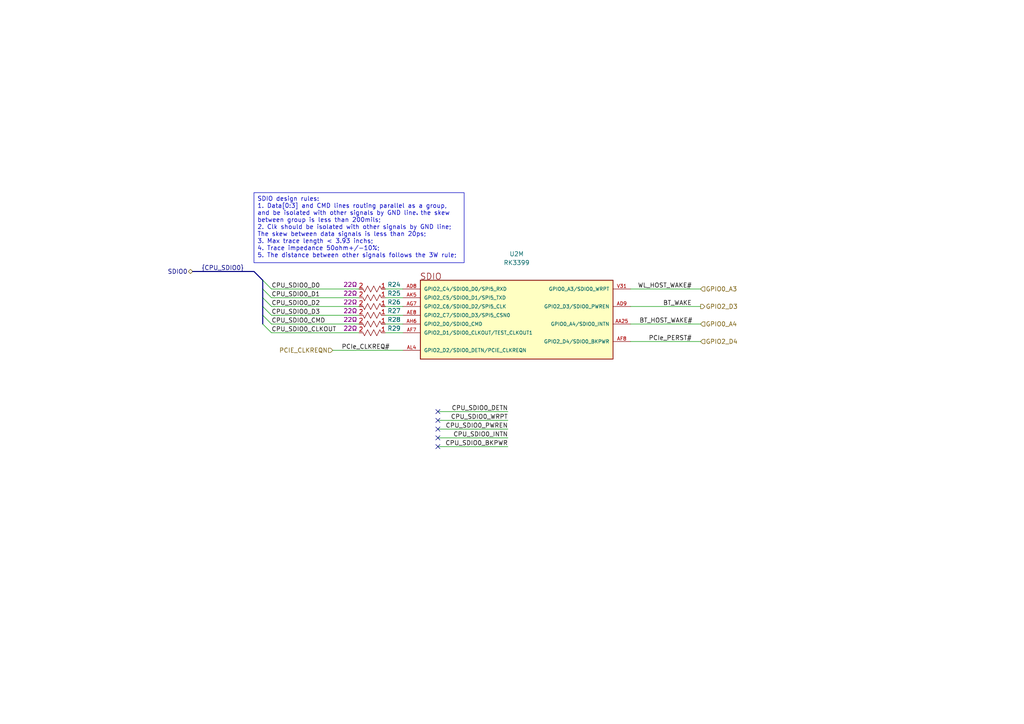
<source format=kicad_sch>
(kicad_sch (version 20250114) (generator "eeschema") (generator_version "9.0")
  (paper "A4")
  (title_block (title "CPU-RK3399 SDIO Controller") (date "2026-01-14") (rev "1.0.0") (company "TickLab") (comment 1 "VESA-SBC3399"))
  (lib_symbols
    (symbol "component_library:Resistors/0402WGF220JTCE"
      (property "Reference" "R" (at 1.27 2.54 0))
      (property "Resistance" "22Ω" (at 0 0 0))
      (property "Tolerance" "±1%" (at 0 0 0))
      (symbol "Resistors/0402WGF220JTCE_1_1"
        (pin passive line (at 0 0 0) (length 1.143) (name "") (number "1"))
        (pin passive line (at 7.62 0 180) (length 1.143) (name "") (number "2"))
      )
    )
    (symbol "component_library:System On Chip (SoC)/RK3399" (pin_names (offset 1.016))
      (property "Reference" "U" (at -22.86 119.38 0))
      (property "Value" "RK3399" (at -18.4683 -124.354 0))
      (symbol "System On Chip (SoC)/RK3399_1_0"
        (text "Internal Logic Ground and Digital IO Ground" (at -30.48 116.84 0) (effects (font (size 1.7823 1.7823)) (justify left bottom)))
        (pin power_in line (at -20.32 114.3 0) (length 5.08) (name "VSS_1") (number "A1"))
        (pin power_in line (at -20.32 111.76 0) (length 5.08) (name "VSS_2") (number "A27"))
        (pin power_in line (at -20.32 109.22 0) (length 5.08) (name "VSS_3") (number "A31"))
        (pin power_in line (at -20.32 106.68 0) (length 5.08) (name "VSS_4") (number "AA3"))
        (pin power_in line (at -20.32 104.14 0) (length 5.08) (name "VSS_5") (number "AA5"))
        (pin power_in line (at -20.32 101.6 0) (length 5.08) (name "VSS_6") (number "AA9"))
        (pin power_in line (at -20.32 99.06 0) (length 5.08) (name "VSS_7") (number "AF18"))
        (pin power_in line (at -20.32 96.52 0) (length 5.08) (name "VSS_8") (number "Y3"))
        (pin power_in line (at -20.32 93.98 0) (length 5.08) (name "VSS_9") (number "AB9"))
        (pin power_in line (at -20.32 91.44 0) (length 5.08) (name "VSS_10") (number "AF20"))
        (pin power_in line (at -20.32 88.9 0) (length 5.08) (name "VSS_11") (number "AD22"))
        (pin power_in line (at -20.32 86.36 0) (length 5.08) (name "VSS_12") (number "AC22"))
        (pin power_in line (at -20.32 83.82 0) (length 5.08) (name "VSS_13") (number "AC20"))
        (pin power_in line (at -20.32 81.28 0) (length 5.08) (name "VSS_14") (number "AE23"))
        (pin power_in line (at -20.32 78.74 0) (length 5.08) (name "VSS_15") (number "Y10"))
        (pin power_in line (at -20.32 76.2 0) (length 5.08) (name "VSS_16") (number "AC3"))
        (pin power_in line (at -20.32 73.66 0) (length 5.08) (name "VSS_17") (number "AD3"))
        (pin power_in line (at -20.32 71.12 0) (length 5.08) (name "VSS_18") (number "AD5"))
        (pin power_in line (at -20.32 68.58 0) (length 5.08) (name "VSS_19") (number "AD10"))
        (pin power_in line (at -20.32 66.04 0) (length 5.08) (name "VSS_20") (number "AF9"))
        (pin power_in line (at -20.32 63.5 0) (length 5.08) (name "VSS_21") (number "AG2"))
        (pin power_in line (at -20.32 60.96 0) (length 5.08) (name "VSS_22") (number "AJ5"))
        (pin power_in line (at -20.32 58.42 0) (length 5.08) (name "VSS_23") (number "AL1"))
        (pin power_in line (at -20.32 55.88 0) (length 5.08) (name "VSS_24") (number "B5"))
        (pin power_in line (at -20.32 53.34 0) (length 5.08) (name "VSS_25") (number "C8"))
        (pin power_in line (at -20.32 50.8 0) (length 5.08) (name "VSS_26") (number "C9"))
        (pin power_in line (at -20.32 48.26 0) (length 5.08) (name "VSS_27") (number "C11"))
        (pin power_in line (at -20.32 45.72 0) (length 5.08) (name "VSS_28") (number "C12"))
        (pin power_in line (at -20.32 43.18 0) (length 5.08) (name "VSS_29") (number "C14"))
        (pin power_in line (at -20.32 40.64 0) (length 5.08) (name "VSS_30") (number "C15"))
        (pin power_in line (at -20.32 38.1 0) (length 5.08) (name "VSS_31") (number "C17"))
        (pin power_in line (at -20.32 35.56 0) (length 5.08) (name "VSS_32") (number "C18"))
        (pin power_in line (at -20.32 33.02 0) (length 5.08) (name "VSS_33") (number "C20"))
        (pin power_in line (at -20.32 30.48 0) (length 5.08) (name "VSS_34") (number "C21"))
        (pin power_in line (at -20.32 27.94 0) (length 5.08) (name "VSS_35") (number "C23"))
        (pin power_in line (at -20.32 25.4 0) (length 5.08) (name "VSS_36") (number "C24"))
        (pin power_in line (at -20.32 22.86 0) (length 5.08) (name "VSS_37") (number "C26"))
        (pin power_in line (at -20.32 20.32 0) (length 5.08) (name "VSS_38") (number "D5"))
        (pin power_in line (at -20.32 17.78 0) (length 5.08) (name "VSS_39") (number "E2"))
        (pin power_in line (at -20.32 15.24 0) (length 5.08) (name "VSS_40") (number "E4"))
        (pin power_in line (at -20.32 12.7 0) (length 5.08) (name "VSS_41") (number "E7"))
        (pin power_in line (at -20.32 10.16 0) (length 5.08) (name "VSS_42") (number "E12"))
        (pin power_in line (at -20.32 7.62 0) (length 5.08) (name "VSS_43") (number "E15"))
        (pin power_in line (at -20.32 5.08 0) (length 5.08) (name "VSS_44") (number "E18"))
        (pin power_in line (at -20.32 2.54 0) (length 5.08) (name "VSS_45") (number "E21"))
        (pin power_in line (at -20.32 0 0) (length 5.08) (name "VSS_46") (number "E24"))
        (pin power_in line (at -20.32 -2.54 0) (length 5.08) (name "VSS_47") (number "E31"))
        (pin power_in line (at -20.32 -5.08 0) (length 5.08) (name "VSS_48") (number "F8"))
        (pin power_in line (at -20.32 -7.62 0) (length 5.08) (name "VSS_49") (number "F15"))
        (pin power_in line (at -20.32 -10.16 0) (length 5.08) (name "VSS_50") (number "F18"))
        (pin power_in line (at -20.32 -12.7 0) (length 5.08) (name "VSS_51") (number "F20"))
        (pin power_in line (at -20.32 -15.24 0) (length 5.08) (name "VSS_52") (number "F21"))
        (pin power_in line (at -20.32 -17.78 0) (length 5.08) (name "VSS_53") (number "G5"))
        (pin power_in line (at -20.32 -20.32 0) (length 5.08) (name "VSS_54") (number "G9"))
        (pin power_in line (at -20.32 -22.86 0) (length 5.08) (name "VSS_55") (number "G18"))
        (pin power_in line (at -20.32 -25.4 0) (length 5.08) (name "VSS_56") (number "G27"))
        (pin power_in line (at -20.32 -27.94 0) (length 5.08) (name "VSS_57") (number "H3"))
        (pin power_in line (at -20.32 -30.48 0) (length 5.08) (name "VSS_58") (number "H9"))
        (pin power_in line (at -20.32 -33.02 0) (length 5.08) (name "VSS_59") (number "H10"))
        (pin power_in line (at -20.32 -35.56 0) (length 5.08) (name "VSS_60") (number "H11"))
        (pin power_in line (at -20.32 -38.1 0) (length 5.08) (name "VSS_61") (number "H12"))
        (pin power_in line (at -20.32 -40.64 0) (length 5.08) (name "VSS_62") (number "H13"))
        (pin power_in line (at -20.32 -43.18 0) (length 5.08) (name "VSS_63") (number "H15"))
        (pin power_in line (at -20.32 -45.72 0) (length 5.08) (name "VSS_64") (number "H16"))
        (pin power_in line (at -20.32 -48.26 0) (length 5.08) (name "VSS_65") (number "H17"))
        (pin power_in line (at -20.32 -50.8 0) (length 5.08) (name "VSS_66") (number "H18"))
        (pin power_in line (at -20.32 -53.34 0) (length 5.08) (name "VSS_67") (number "H26"))
        (pin power_in line (at -20.32 -55.88 0) (length 5.08) (name "VSS_68") (number "J3"))
        (pin power_in line (at -20.32 -58.42 0) (length 5.08) (name "VSS_69") (number "J6"))
        (pin power_in line (at -20.32 -60.96 0) (length 5.08) (name "VSS_70") (number "J7"))
        (pin power_in line (at -20.32 -63.5 0) (length 5.08) (name "VSS_71") (number "J8"))
        (pin power_in line (at -20.32 -66.04 0) (length 5.08) (name "VSS_72") (number "J9"))
        (pin power_in line (at -20.32 -68.58 0) (length 5.08) (name "VSS_73") (number "J10"))
        (pin power_in line (at -20.32 -71.12 0) (length 5.08) (name "VSS_74") (number "K8"))
        (pin power_in line (at -20.32 -73.66 0) (length 5.08) (name "VSS_75") (number "K9"))
        (pin power_in line (at -20.32 -76.2 0) (length 5.08) (name "VSS_76") (number "K10"))
        (pin power_in line (at -20.32 -78.74 0) (length 5.08) (name "VSS_77") (number "K12"))
        (pin power_in line (at -20.32 -81.28 0) (length 5.08) (name "VSS_78") (number "K14"))
        (pin power_in line (at -20.32 -83.82 0) (length 5.08) (name "VSS_79") (number "K16"))
        (pin power_in line (at -20.32 -86.36 0) (length 5.08) (name "VSS_80") (number "K18"))
        (pin power_in line (at -20.32 -88.9 0) (length 5.08) (name "VSS_81") (number "W21"))
        (pin power_in line (at -20.32 -91.44 0) (length 5.08) (name "VSS_82") (number "K20"))
        (pin power_in line (at -20.32 -93.98 0) (length 5.08) (name "VSS_83") (number "N19"))
        (pin power_in line (at -20.32 -96.52 0) (length 5.08) (name "VSS_84") (number "K22"))
        (pin power_in line (at -20.32 -99.06 0) (length 5.08) (name "VSS_85") (number "L3"))
        (pin power_in line (at -20.32 -101.6 0) (length 5.08) (name "VSS_86") (number "L6"))
        (pin power_in line (at -20.32 -104.14 0) (length 5.08) (name "VSS_87") (number "L8"))
        (pin power_in line (at -20.32 -106.68 0) (length 5.08) (name "VSS_88") (number "L11"))
        (pin power_in line (at -20.32 -109.22 0) (length 5.08) (name "VSS_89") (number "L12"))
        (pin power_in line (at -20.32 -111.76 0) (length 5.08) (name "VSS_90") (number "L13"))
        (pin power_in line (at 20.32 114.3 180) (length 5.08) (name "VSS_91") (number "L14"))
        (pin power_in line (at 20.32 111.76 180) (length 5.08) (name "VSS_92") (number "L15"))
        (pin power_in line (at 20.32 109.22 180) (length 5.08) (name "VSS_93") (number "L16"))
        (pin power_in line (at 20.32 106.68 180) (length 5.08) (name "VSS_94") (number "N17"))
        (pin power_in line (at 20.32 104.14 180) (length 5.08) (name "VSS_95") (number "Y17"))
        (pin power_in line (at 20.32 101.6 180) (length 5.08) (name "VSS_96") (number "L20"))
        (pin power_in line (at 20.32 99.06 180) (length 5.08) (name "VSS_97") (number "L22"))
        (pin power_in line (at 20.32 96.52 180) (length 5.08) (name "VSS_98") (number "N21"))
        (pin power_in line (at 20.32 93.98 180) (length 5.08) (name "VSS_99") (number "L27"))
        (pin power_in line (at 20.32 91.44 180) (length 5.08) (name "VSS_100") (number "M3"))
        (pin power_in line (at 20.32 88.9 180) (length 5.08) (name "VSS_101") (number "M8"))
        (pin power_in line (at 20.32 86.36 180) (length 5.08) (name "VSS_102") (number "M10"))
        (pin power_in line (at 20.32 83.82 180) (length 5.08) (name "VSS_103") (number "M16"))
        (pin power_in line (at 20.32 81.28 180) (length 5.08) (name "VSS_104") (number "M23"))
        (pin power_in line (at 20.32 78.74 180) (length 5.08) (name "VSS_105") (number "N8"))
        (pin power_in line (at 20.32 76.2 180) (length 5.08) (name "VSS_106") (number "P11"))
        (pin power_in line (at 20.32 73.66 180) (length 5.08) (name "VSS_107") (number "P12"))
        (pin power_in line (at 20.32 71.12 180) (length 5.08) (name "VSS_108") (number "N13"))
        (pin power_in line (at 20.32 68.58 180) (length 5.08) (name "VSS_109") (number "N14"))
        (pin power_in line (at 20.32 66.04 180) (length 5.08) (name "VSS_110") (number "N15"))
        (pin power_in line (at 20.32 63.5 180) (length 5.08) (name "VSS_111") (number "N16"))
        (pin power_in line (at 20.32 60.96 180) (length 5.08) (name "VSS_112") (number "P3"))
        (pin power_in line (at 20.32 58.42 180) (length 5.08) (name "VSS_113") (number "P6"))
        (pin power_in line (at 20.32 55.88 180) (length 5.08) (name "VSS_114") (number "P7"))
        (pin power_in line (at 20.32 53.34 180) (length 5.08) (name "VSS_115") (number "P8"))
        (pin power_in line (at 20.32 50.8 180) (length 5.08) (name "VSS_116") (number "P10"))
        (pin power_in line (at 20.32 48.26 180) (length 5.08) (name "VSS_117") (number "P16"))
        (pin power_in line (at 20.32 45.72 180) (length 5.08) (name "VSS_118") (number "Y16"))
        (pin power_in line (at 20.32 43.18 180) (length 5.08) (name "VSS_119") (number "P19"))
        (pin power_in line (at 20.32 40.64 180) (length 5.08) (name "VSS_120") (number "R21"))
        (pin power_in line (at 20.32 38.1 180) (length 5.08) (name "VSS_121") (number "P21"))
        (pin power_in line (at 20.32 35.56 180) (length 5.08) (name "VSS_122") (number "T19"))
        (pin power_in line (at 20.32 33.02 180) (length 5.08) (name "VSS_123") (number "R3"))
        (pin power_in line (at 20.32 30.48 180) (length 5.08) (name "VSS_124") (number "R5"))
        (pin power_in line (at 20.32 27.94 180) (length 5.08) (name "VSS_125") (number "R6"))
        (pin power_in line (at 20.32 25.4 180) (length 5.08) (name "VSS_126") (number "U11"))
        (pin power_in line (at 20.32 22.86 180) (length 5.08) (name "VSS_127") (number "U12"))
        (pin power_in line (at 20.32 20.32 180) (length 5.08) (name "VSS_128") (number "W13"))
        (pin power_in line (at 20.32 17.78 180) (length 5.08) (name "VSS_129") (number "R14"))
        (pin power_in line (at 20.32 15.24 180) (length 5.08) (name "VSS_130") (number "R15"))
        (pin power_in line (at 20.32 12.7 180) (length 5.08) (name "VSS_131") (number "R16"))
        (pin power_in line (at 20.32 10.16 180) (length 5.08) (name "VSS_132") (number "AC21"))
        (pin power_in line (at 20.32 7.62 180) (length 5.08) (name "VSS_133") (number "R23"))
        (pin power_in line (at 20.32 5.08 180) (length 5.08) (name "VSS_134") (number "T8"))
        (pin power_in line (at 20.32 2.54 180) (length 5.08) (name "VSS_135") (number "T10"))
        (pin power_in line (at 20.32 0 180) (length 5.08) (name "VSS_136") (number "Y12"))
        (pin power_in line (at 20.32 -2.54 180) (length 5.08) (name "VSS_137") (number "U14"))
        (pin power_in line (at 20.32 -5.08 180) (length 5.08) (name "VSS_138") (number "T16"))
        (pin power_in line (at 20.32 -7.62 180) (length 5.08) (name "VSS_139") (number "T21"))
        (pin power_in line (at 20.32 -10.16 180) (length 5.08) (name "VSS_140") (number "AB19"))
        (pin power_in line (at 20.32 -12.7 180) (length 5.08) (name "VSS_141") (number "U3"))
        (pin power_in line (at 20.32 -15.24 180) (length 5.08) (name "VSS_142") (number "U8"))
        (pin power_in line (at 20.32 -17.78 180) (length 5.08) (name "VSS_143") (number "U15"))
        (pin power_in line (at 20.32 -20.32 180) (length 5.08) (name "VSS_144") (number "U16"))
        (pin power_in line (at 20.32 -22.86 180) (length 5.08) (name "VSS_145") (number "AC18"))
        (pin power_in line (at 20.32 -25.4 180) (length 5.08) (name "VSS_146") (number "U19"))
        (pin power_in line (at 20.32 -27.94 180) (length 5.08) (name "VSS_147") (number "U21"))
        (pin power_in line (at 20.32 -30.48 180) (length 5.08) (name "VSS_148") (number "V17"))
        (pin power_in line (at 20.32 -33.02 180) (length 5.08) (name "VSS_149") (number "U22"))
        (pin power_in line (at 20.32 -35.56 180) (length 5.08) (name "VSS_150") (number "U29"))
        (pin power_in line (at 20.32 -38.1 180) (length 5.08) (name "VSS_151") (number "V3"))
        (pin power_in line (at 20.32 -40.64 180) (length 5.08) (name "VSS_152") (number "V5"))
        (pin power_in line (at 20.32 -43.18 180) (length 5.08) (name "VSS_153") (number "V8"))
        (pin power_in line (at 20.32 -45.72 180) (length 5.08) (name "VSS_154") (number "V10"))
        (pin power_in line (at 20.32 -48.26 180) (length 5.08) (name "VSS_155") (number "Y11"))
        (pin power_in line (at 20.32 -50.8 180) (length 5.08) (name "VSS_156") (number "Y14"))
        (pin power_in line (at 20.32 -53.34 180) (length 5.08) (name "VSS_157") (number "Y15"))
        (pin power_in line (at 20.32 -55.88 180) (length 5.08) (name "VSS_158") (number "W22"))
        (pin power_in line (at 20.32 -58.42 180) (length 5.08) (name "VSS_159") (number "W17"))
        (pin power_in line (at 20.32 -60.96 180) (length 5.08) (name "VSS_160") (number "W30"))
        (pin power_in line (at 20.32 -63.5 180) (length 5.08) (name "VSS_161") (number "W8"))
        (pin power_in line (at 20.32 -66.04 180) (length 5.08) (name "VSS_162") (number "W9"))
        (pin power_in line (at 20.32 -68.58 180) (length 5.08) (name "VSS_163") (number "AD21"))
        (pin power_in line (at 20.32 -71.12 180) (length 5.08) (name "VSS_164") (number "Y13"))
        (pin power_in line (at 20.32 -73.66 180) (length 5.08) (name "VSS_165") (number "R18"))
        (pin power_in line (at 20.32 -76.2 180) (length 5.08) (name "VSS_166") (number "Y9"))
        (pin power_in line (at 20.32 -78.74 180) (length 5.08) (name "VSS_167") (number "W19"))
        (pin power_in line (at 20.32 -81.28 180) (length 5.08) (name "VSS_168") (number "T18"))
        (pin power_in line (at 20.32 -83.82 180) (length 5.08) (name "VSS_169") (number "W18"))
        (pin power_in line (at 20.32 -86.36 180) (length 5.08) (name "VSS_170") (number "Y20"))
        (pin power_in line (at 20.32 -88.9 180) (length 5.08) (name "VSS_171") (number "AJ28"))
        (pin power_in line (at 20.32 -91.44 180) (length 5.08) (name "VSS_172") (number "AJ21"))
        (pin power_in line (at 20.32 -93.98 180) (length 5.08) (name "VSS_173") (number "AJ23"))
        (pin power_in line (at 20.32 -96.52 180) (length 5.08) (name "VSS_174") (number "AJ24"))
        (pin power_in line (at 20.32 -99.06 180) (length 5.08) (name "VSS_175") (number "AJ26"))
        (pin power_in line (at 20.32 -101.6 180) (length 5.08) (name "VSS_176") (number "AJ27"))
        (pin power_in line (at 20.32 -104.14 180) (length 5.08) (name "VSS_177") (number "AA13"))
        (pin power_in line (at 20.32 -106.68 180) (length 5.08) (name "VSS_178") (number "AL31"))
        (pin power_in line (at 20.32 -109.22 180) (length 5.08) (name "VSS_179") (number "AA10"))
        (pin power_in line (at 20.32 -111.76 180) (length 5.08) (name "VSS_180") (number "AJ20"))
      )
      (symbol "System On Chip (SoC)/RK3399_2_0"
        (text "Analog Ground" (at -15.3236 48.4013 0) (effects (font (size 1.784 1.784)) (justify left bottom)))
        (pin power_in line (at -20.32 43.18 0) (length 5.08) (name "AVSS_1") (number "Y23"))
        (pin power_in line (at -20.32 40.64 0) (length 5.08) (name "AVSS_2") (number "AF23"))
        (pin power_in line (at -20.32 38.1 0) (length 5.08) (name "AVSS_3") (number "AF24"))
        (pin power_in line (at -20.32 35.56 0) (length 5.08) (name "AVSS_4") (number "AA23"))
        (pin power_in line (at -20.32 33.02 0) (length 5.08) (name "AVSS_5") (number "AB23"))
        (pin power_in line (at -20.32 30.48 0) (length 5.08) (name "AVSS_6") (number "AA26"))
        (pin power_in line (at -20.32 27.94 0) (length 5.08) (name "AVSS_7") (number "AA29"))
        (pin power_in line (at -20.32 25.4 0) (length 5.08) (name "AVSS_8") (number "AB11"))
        (pin power_in line (at -20.32 22.86 0) (length 5.08) (name "AVSS_9") (number "AB13"))
        (pin power_in line (at -20.32 20.32 0) (length 5.08) (name "AVSS_10") (number "AC15"))
        (pin power_in line (at -20.32 17.78 0) (length 5.08) (name "AVSS_11") (number "AD13"))
        (pin power_in line (at -20.32 15.24 0) (length 5.08) (name "AVSS_12") (number "AB10"))
        (pin power_in line (at -20.32 12.7 0) (length 5.08) (name "AVSS_13") (number "AA11"))
        (pin power_in line (at -20.32 10.16 0) (length 5.08) (name "AVSS_14") (number "AC26"))
        (pin power_in line (at -20.32 7.62 0) (length 5.08) (name "AVSS_15") (number "AC29"))
        (pin power_in line (at -20.32 5.08 0) (length 5.08) (name "AVSS_16") (number "AD17"))
        (pin power_in line (at -20.32 2.54 0) (length 5.08) (name "AVSS_17") (number "AA12"))
        (pin power_in line (at -20.32 0 0) (length 5.08) (name "AVSS_18") (number "AC16"))
        (pin power_in line (at -20.32 -2.54 0) (length 5.08) (name "AVSS_19") (number "AC23"))
        (pin power_in line (at -20.32 -5.08 0) (length 5.08) (name "AVSS_20") (number "AD29"))
        (pin power_in line (at -20.32 -7.62 0) (length 5.08) (name "AVSS_21") (number "AE11"))
        (pin power_in line (at -20.32 -10.16 0) (length 5.08) (name "AVSS_22") (number "AE12"))
        (pin power_in line (at -20.32 -12.7 0) (length 5.08) (name "AVSS_23") (number "AE14"))
        (pin power_in line (at -20.32 -15.24 0) (length 5.08) (name "AVSS_24") (number "AE17"))
        (pin power_in line (at -20.32 -17.78 0) (length 5.08) (name "AVSS_25") (number "AE27"))
        (pin power_in line (at -20.32 -20.32 0) (length 5.08) (name "AVSS_26") (number "AA14"))
        (pin power_in line (at -20.32 -22.86 0) (length 5.08) (name "AVSS_27") (number "AF17"))
        (pin power_in line (at -20.32 -25.4 0) (length 5.08) (name "AVSS_28") (number "AF29"))
        (pin power_in line (at -20.32 -27.94 0) (length 5.08) (name "AVSS_29") (number "AG29"))
        (pin power_in line (at -20.32 -30.48 0) (length 5.08) (name "AVSS_30") (number "AH29"))
        (pin power_in line (at -20.32 -33.02 0) (length 5.08) (name "AVSS_31") (number "AJ6"))
        (pin power_in line (at -20.32 -35.56 0) (length 5.08) (name "AVSS_32") (number "AJ8"))
        (pin power_in line (at -20.32 -38.1 0) (length 5.08) (name "AVSS_33") (number "AJ9"))
        (pin power_in line (at -20.32 -40.64 0) (length 5.08) (name "AVSS_34") (number "AJ11"))
        (pin power_in line (at -20.32 -43.18 0) (length 5.08) (name "AVSS_35") (number "AJ12"))
        (pin power_in line (at 20.32 43.18 180) (length 5.08) (name "AVSS_36") (number "AJ14"))
        (pin power_in line (at 20.32 40.64 180) (length 5.08) (name "AVSS_37") (number "AJ15"))
        (pin power_in line (at 20.32 38.1 180) (length 5.08) (name "AVSS_38") (number "AJ17"))
        (pin power_in line (at 20.32 35.56 180) (length 5.08) (name "AVSS_39") (number "AJ18"))
        (pin power_in line (at 20.32 33.02 180) (length 5.08) (name "AVSS_40") (number "AD26"))
        (pin power_in line (at 20.32 30.48 180) (length 5.08) (name "AVSS_41") (number "AB16"))
        (pin power_in line (at 20.32 27.94 180) (length 5.08) (name "AVSS_42") (number "AB15"))
        (pin power_in line (at 20.32 25.4 180) (length 5.08) (name "AVSS_43") (number "AC17"))
        (pin power_in line (at 20.32 22.86 180) (length 5.08) (name "AVSS_44") (number "AC11"))
        (pin power_in line (at 20.32 20.32 180) (length 5.08) (name "AVSS_45") (number "AC13"))
        (pin power_in line (at 20.32 17.78 180) (length 5.08) (name "AVSS_46") (number "W23"))
        (pin power_in line (at 20.32 15.24 180) (length 5.08) (name "AVSS_47") (number "AJ29"))
        (pin power_in line (at 20.32 12.7 180) (length 5.08) (name "AVSS_48") (number "Y29"))
        (pin power_in line (at 20.32 10.16 180) (length 5.08) (name "AVSS_49") (number "U23"))
        (pin power_in line (at 20.32 7.62 180) (length 5.08) (name "AVSS_50") (number "V23"))
        (pin power_in line (at 20.32 5.08 180) (length 5.08) (name "AVSS_51") (number "AC25"))
        (pin power_in line (at 20.32 2.54 180) (length 5.08) (name "AVSS_52") (number "AB17"))
        (pin power_in line (at 20.32 0 180) (length 5.08) (name "AVSS_53") (number "AA15"))
        (pin power_in line (at 20.32 -7.62 180) (length 5.08) (name "EDP_AVSS_1") (number "B31"))
        (pin power_in line (at 20.32 -10.16 180) (length 5.08) (name "EDP_AVSS_2") (number "C28"))
        (pin power_in line (at 20.32 -12.7 180) (length 5.08) (name "EDP_AVSS_3") (number "C29"))
        (pin power_in line (at 20.32 -15.24 180) (length 5.08) (name "EDP_AVSS_4") (number "D29"))
        (pin power_in line (at 20.32 -17.78 180) (length 5.08) (name "EDP_AVSS_5") (number "H19"))
        (pin power_in line (at 20.32 -20.32 180) (length 5.08) (name "EDP_AVSS_6") (number "J21"))
        (pin power_in line (at 20.32 -30.48 180) (length 5.08) (name "PLL_AVSS") (number "P17"))
      )
      (symbol "System On Chip (SoC)/RK3399_3_0"
        (text "Internal Center Logic Power" (at -17.78 7.62 0) (effects (font (size 1.7808 1.7808)) (justify left bottom)))
        (pin power_in line (at -25.4 5.08 0) (length 5.08) (name "CENTERLOGIC_VDD_1") (number "M11"))
        (pin power_in line (at -25.4 2.54 0) (length 5.08) (name "CENTERLOGIC_VDD_2") (number "M12"))
        (pin power_in line (at -25.4 0 0) (length 5.08) (name "CENTERLOGIC_VDD_3") (number "M13"))
        (pin power_in line (at -25.4 -2.54 0) (length 5.08) (name "CENTERLOGIC_VDD_4") (number "M14"))
        (pin power_in line (at -25.4 -5.08 0) (length 5.08) (name "CENTERLOGIC_VDD_5") (number "M15"))
        (pin power_in line (at 25.4 5.08 180) (length 5.08) (name "CENTERLOGIC_VDD_6") (number "N11"))
        (pin power_in line (at 25.4 2.54 180) (length 5.08) (name "CENTERLOGIC_VDD_7") (number "N12"))
        (pin power_in line (at 25.4 0 180) (length 5.08) (name "CENTERLOGIC_VDD_8") (number "P13"))
        (pin power_in line (at 25.4 -2.54 180) (length 5.08) (name "CENTERLOGIC_VDD_9") (number "P14"))
        (pin power_in line (at 25.4 -5.08 180) (length 5.08) (name "CENTERLOGIC_VDD_10") (number "P15"))
      )
      (symbol "System On Chip (SoC)/RK3399_4_0"
        (text "Internal GPU Power" (at -15.3324 15.3417 0) (effects (font (size 1.7843 1.7843)) (justify left bottom)))
        (pin power_in line (at -20.32 12.7 0) (length 5.08) (name "GPU_VDD_1") (number "W11"))
        (pin power_in line (at -20.32 10.16 0) (length 5.08) (name "GPU_VDD_2") (number "W12"))
        (pin power_in line (at -20.32 7.62 0) (length 5.08) (name "GPU_VDD_3") (number "W14"))
        (pin power_in line (at -20.32 5.08 0) (length 5.08) (name "GPU_VDD_4") (number "V15"))
        (pin power_in line (at -20.32 2.54 0) (length 5.08) (name "GPU_VDD_5") (number "V14"))
        (pin power_in line (at -20.32 0 0) (length 5.08) (name "GPU_VDD_6") (number "V13"))
        (pin power_in line (at -20.32 -2.54 0) (length 5.08) (name "GPU_VDD_7") (number "U13"))
        (pin power_in line (at -20.32 -5.08 0) (length 5.08) (name "GPU_VDD_8") (number "R11"))
        (pin power_in line (at -20.32 -7.62 0) (length 5.08) (name "GPU_VDD_9") (number "R12"))
        (pin power_in line (at -20.32 -10.16 0) (length 5.08) (name "GPU_VDD_10") (number "T11"))
        (pin power_in line (at 20.32 12.7 180) (length 5.08) (name "GPU_VDD_11") (number "T12"))
        (pin power_in line (at 20.32 10.16 180) (length 5.08) (name "GPU_VDD_12") (number "T13"))
        (pin power_in line (at 20.32 7.62 180) (length 5.08) (name "GPU_VDD_13") (number "R13"))
        (pin power_in line (at 20.32 5.08 180) (length 5.08) (name "GPU_VDD_14") (number "T14"))
        (pin power_in line (at 20.32 2.54 180) (length 5.08) (name "GPU_VDD_15") (number "V11"))
        (pin power_in line (at 20.32 0 180) (length 5.08) (name "GPU_VDD_16") (number "V12"))
        (pin power_in line (at 20.32 -2.54 180) (length 5.08) (name "GPU_VDD_17") (number "V16"))
        (pin power_in line (at 20.32 -5.08 180) (length 5.08) (name "GPU_VDD_18") (number "W16"))
        (pin power_in line (at 20.32 -7.62 180) (length 5.08) (name "GPU_VDD_19") (number "W15"))
        (pin power_in line (at 20.32 -10.16 180) (length 5.08) (name "GPU_VDD_20") (number "W10"))
        (pin power_out line (at 20.32 -12.7 180) (length 5.08) (name "GPU_VDD_COM") (number "T15"))
      )
      (symbol "System On Chip (SoC)/RK3399_5_0"
        (text "Internal BIG CPU A72 Power" (at -17.78 10.16 0) (effects (font (size 1.7837 1.7837)) (justify left bottom)))
        (pin power_in line (at -20.32 7.62 0) (length 5.08) (name "BIGCPU_VDD_1") (number "L19"))
        (pin power_in line (at -20.32 5.08 0) (length 5.08) (name "BIGCPU_VDD_2") (number "L21"))
        (pin power_in line (at -20.32 2.54 0) (length 5.08) (name "BIGCPU_VDD_3") (number "M18"))
        (pin power_in line (at -20.32 0 0) (length 5.08) (name "BIGCPU_VDD_4") (number "M19"))
        (pin power_in line (at -20.32 -2.54 0) (length 5.08) (name "BIGCPU_VDD_5") (number "M20"))
        (pin power_in line (at -20.32 -5.08 0) (length 5.08) (name "BIGCPU_VDD_6") (number "M21"))
        (pin power_in line (at -20.32 -7.62 0) (length 5.08) (name "BIGCPU_VDD_7") (number "M22"))
        (pin power_in line (at 20.32 7.62 180) (length 5.08) (name "BIGCPU_VDD_8") (number "L18"))
        (pin power_in line (at 20.32 5.08 180) (length 5.08) (name "BIGCPU_VDD_9") (number "N22"))
        (pin power_in line (at 20.32 2.54 180) (length 5.08) (name "BIGCPU_VDD_10") (number "N20"))
        (pin power_in line (at 20.32 0 180) (length 5.08) (name "BIGCPU_VDD_11") (number "L23"))
        (pin power_in line (at 20.32 -2.54 180) (length 5.08) (name "BIGCPU_VDD_12") (number "K19"))
        (pin power_in line (at 20.32 -5.08 180) (length 5.08) (name "BIGCPU_VDD_13") (number "K21"))
        (pin power_out line (at 20.32 -7.62 180) (length 5.08) (name "BIGCPU_VDD_COM") (number "N18"))
      )
      (symbol "System On Chip (SoC)/RK3399_6_0"
        (text "Internal Logic Power" (at -15.24 10.16 0) (effects (font (size 1.7838 1.7838)) (justify left bottom)))
        (pin power_in line (at -20.32 7.62 0) (length 5.08) (name "LOGIC_VDD_1") (number "V22"))
        (pin power_in line (at -20.32 5.08 0) (length 5.08) (name "LOGIC_VDD_2") (number "V21"))
        (pin power_in line (at -20.32 2.54 0) (length 5.08) (name "LOGIC_VDD_3") (number "V20"))
        (pin power_in line (at -20.32 0 0) (length 5.08) (name "LOGIC_VDD_4") (number "V19"))
        (pin power_in line (at -20.32 -2.54 0) (length 5.08) (name "LOGIC_VDD_5") (number "V18"))
        (pin power_in line (at -20.32 -5.08 0) (length 5.08) (name "LOGIC_VDD_6") (number "W20"))
        (pin power_in line (at 20.32 7.62 180) (length 5.08) (name "LOGIC_VDD_7") (number "U18"))
        (pin power_in line (at 20.32 5.08 180) (length 5.08) (name "LOGIC_VDD_8") (number "U17"))
        (pin power_in line (at 20.32 2.54 180) (length 5.08) (name "LOGIC_VDD_9") (number "M17"))
        (pin power_in line (at 20.32 0 180) (length 5.08) (name "LOGIC_VDD_10") (number "L17"))
        (pin power_in line (at 20.32 -2.54 180) (length 5.08) (name "LOGIC_VDD_11") (number "T17"))
        (pin power_in line (at 20.32 -5.08 180) (length 5.08) (name "LOGIC_VDD_12") (number "U20"))
      )
      (symbol "System On Chip (SoC)/RK3399_7_0"
        (text "Internal LITTLE CPU A53 Power" (at -20.4095 5.1351 0) (effects (font (size 1.7835 1.7835)) (justify left bottom)))
        (pin power_in line (at -20.32 2.54 0) (length 5.08) (name "LITCPU_VDD_1") (number "P20"))
        (pin power_in line (at -20.32 0 0) (length 5.08) (name "LITCPU_VDD_2") (number "R19"))
        (pin power_in line (at -20.32 -2.54 0) (length 5.08) (name "LITCPU_VDD_3") (number "R20"))
        (pin power_in line (at -20.32 -5.08 0) (length 5.08) (name "LITCPU_VDD_4") (number "P22"))
        (pin power_in line (at 20.32 2.54 180) (length 5.08) (name "LITCPU_VDD_5") (number "T22"))
        (pin power_in line (at 20.32 0 180) (length 5.08) (name "LITCPU_VDD_6") (number "T20"))
        (pin power_in line (at 20.32 -2.54 180) (length 5.08) (name "LITCPU_VDD_7") (number "R22"))
      )
      (symbol "System On Chip (SoC)/RK3399_8_0"
        (text "PCIe differential data I/O signals" (at -20.4082 22.9382 0) (effects (font (size 1.7834 1.7834)) (justify left bottom)))
        (pin input line (at -25.4 20.32 0) (length 5.08) (name "PCIE_RX0_P") (number "AF30"))
        (pin input line (at -25.4 17.78 0) (length 5.08) (name "PCIE_RX0_N") (number "AF31"))
        (pin input line (at -25.4 12.7 0) (length 5.08) (name "PCIE_RX1_P") (number "AH30"))
        (pin input line (at -25.4 10.16 0) (length 5.08) (name "PCIE_RX1_N") (number "AH31"))
        (pin input line (at -25.4 5.08 0) (length 5.08) (name "PCIE_RX2_P") (number "AC27"))
        (pin input line (at -25.4 2.54 0) (length 5.08) (name "PCIE_RX2_N") (number "AC28"))
        (pin input line (at -25.4 -2.54 0) (length 5.08) (name "PCIE_RX3_P") (number "AF27"))
        (pin input line (at -25.4 -5.08 0) (length 5.08) (name "PCIE_RX3_N") (number "AF28"))
        (pin input clock (at -25.4 -10.16 0) (length 5.08) (name "GPIO4_D0/PCIE_CLKREQNB") (number "AE6"))
        (pin output line (at 25.4 20.32 180) (length 5.08) (name "PCIE_TX0_P") (number "AE30"))
        (pin output line (at 25.4 17.78 180) (length 5.08) (name "PCIE_TX0_N") (number "AE31"))
        (pin output line (at 25.4 12.7 180) (length 5.08) (name "PCIE_TX1_P") (number "AG30"))
        (pin output line (at 25.4 10.16 180) (length 5.08) (name "PCIE_TX1_N") (number "AG31"))
        (pin output line (at 25.4 5.08 180) (length 5.08) (name "PCIE_TX2_P") (number "AA27"))
        (pin output line (at 25.4 2.54 180) (length 5.08) (name "PCIE_TX2_N") (number "AA28"))
        (pin output line (at 25.4 -2.54 180) (length 5.08) (name "PCIE_TX3_P") (number "AD27"))
        (pin output line (at 25.4 -5.08 180) (length 5.08) (name "PCIE_TX3_N") (number "AD28"))
        (pin output line (at 25.4 -10.16 180) (length 5.08) (name "PCIE_RCLK_100M_P") (number "AD31"))
        (pin output line (at 25.4 -12.7 180) (length 5.08) (name "PCIE_RCLK_100M_N") (number "AD30"))
        (pin power_in line (at 25.4 -17.78 180) (length 5.08) (name "PCIE_AVDD_0V9") (number "W24"))
        (pin power_in line (at 25.4 -20.32 180) (length 5.08) (name "PCIE_AVDD_1V8") (number "Y24"))
      )
      (symbol "System On Chip (SoC)/RK3399_9_0"
        (text "DDRC0" (at -20.4006 73.8062 0) (effects (font (size 1.7827 1.7827)) (justify left bottom)))
        (pin bidirectional line (at -25.4 71.12 0) (length 5.08) (name "DDR0_DQ0") (number "AB2"))
        (pin bidirectional line (at -25.4 68.58 0) (length 5.08) (name "DDR0_DQ1") (number "AB1"))
        (pin bidirectional line (at -25.4 66.04 0) (length 5.08) (name "DDR0_DQ2") (number "AA2"))
        (pin bidirectional line (at -25.4 63.5 0) (length 5.08) (name "DDR0_DQ3") (number "AA1"))
        (pin bidirectional line (at -25.4 60.96 0) (length 5.08) (name "DDR0_DQ4") (number "Y2"))
        (pin bidirectional line (at -25.4 58.42 0) (length 5.08) (name "DDR0_DQ5") (number "Y1"))
        (pin bidirectional line (at -25.4 55.88 0) (length 5.08) (name "DDR0_DQ6") (number "W1"))
        (pin bidirectional line (at -25.4 53.34 0) (length 5.08) (name "DDR0_DQ7") (number "W2"))
        (pin bidirectional line (at -25.4 50.8 0) (length 5.08) (name "DDR0_DQ8") (number "AF2"))
        (pin bidirectional line (at -25.4 48.26 0) (length 5.08) (name "DDR0_DQ9") (number "AE2"))
        (pin bidirectional line (at -25.4 45.72 0) (length 5.08) (name "DDR0_DQ10") (number "AF1"))
        (pin bidirectional line (at -25.4 43.18 0) (length 5.08) (name "DDR0_DQ11") (number "AD2"))
        (pin bidirectional line (at -25.4 40.64 0) (length 5.08) (name "DDR0_DQ12") (number "AE1"))
        (pin bidirectional line (at -25.4 38.1 0) (length 5.08) (name "DDR0_DQ13") (number "AD1"))
        (pin bidirectional line (at -25.4 35.56 0) (length 5.08) (name "DDR0_DQ14") (number "AC1"))
        (pin bidirectional line (at -25.4 33.02 0) (length 5.08) (name "DDR0_DQ15") (number "AC2"))
        (pin bidirectional line (at -25.4 30.48 0) (length 5.08) (name "DDR0_DQ16") (number "V1"))
        (pin bidirectional line (at -25.4 27.94 0) (length 5.08) (name "DDR0_DQ17") (number "V2"))
        (pin bidirectional line (at -25.4 25.4 0) (length 5.08) (name "DDR0_DQ18") (number "U1"))
        (pin bidirectional line (at -25.4 22.86 0) (length 5.08) (name "DDR0_DQ19") (number "U2"))
        (pin bidirectional line (at -25.4 20.32 0) (length 5.08) (name "DDR0_DQ20") (number "T1"))
        (pin bidirectional line (at -25.4 17.78 0) (length 5.08) (name "DDR0_DQ21") (number "T2"))
        (pin bidirectional line (at -25.4 15.24 0) (length 5.08) (name "DDR0_DQ22") (number "R2"))
        (pin bidirectional line (at -25.4 12.7 0) (length 5.08) (name "DDR0_DQ23") (number "R1"))
        (pin bidirectional line (at -25.4 10.16 0) (length 5.08) (name "DDR0_DQ24") (number "P1"))
        (pin bidirectional line (at -25.4 7.62 0) (length 5.08) (name "DDR0_DQ25") (number "P2"))
        (pin bidirectional line (at -25.4 5.08 0) (length 5.08) (name "DDR0_DQ26") (number "N1"))
        (pin bidirectional line (at -25.4 2.54 0) (length 5.08) (name "DDR0_DQ27") (number "M1"))
        (pin bidirectional line (at -25.4 0 0) (length 5.08) (name "DDR0_DQ28") (number "N2"))
        (pin bidirectional line (at -25.4 -2.54 0) (length 5.08) (name "DDR0_DQ29") (number "L1"))
        (pin bidirectional line (at -25.4 -5.08 0) (length 5.08) (name "DDR0_DQ30") (number "M2"))
        (pin bidirectional line (at -25.4 -7.62 0) (length 5.08) (name "DDR0_DQ31") (number "L2"))
        (pin bidirectional line (at -25.4 -15.24 0) (length 5.08) (name "DDR0_DQS0P") (number "Y4"))
        (pin bidirectional line (at -25.4 -17.78 0) (length 5.08) (name "DDR0_DQS0N") (number "AA4"))
        (pin bidirectional line (at -25.4 -20.32 0) (length 5.08) (name "DDR0_DQS1P") (number "AC4"))
        (pin bidirectional line (at -25.4 -22.86 0) (length 5.08) (name "DDR0_DQS1N") (number "AD4"))
        (pin bidirectional line (at -25.4 -25.4 0) (length 5.08) (name "DDR0_DQS2P") (number "U4"))
        (pin bidirectional line (at -25.4 -27.94 0) (length 5.08) (name "DDR0_DQS2N") (number "V4"))
        (pin bidirectional line (at -25.4 -30.48 0) (length 5.08) (name "DDR0_DQS3P") (number "P4"))
        (pin bidirectional line (at -25.4 -33.02 0) (length 5.08) (name "DDR0_DQS3N") (number "R4"))
        (pin bidirectional line (at -25.4 -38.1 0) (length 5.08) (name "DDR0_PZQ") (number "R7"))
        (pin power_in line (at -25.4 -58.42 0) (length 5.08) (name "DDR0PLL_AVDD_0V9") (number "R8"))
        (pin power_in line (at -25.4 -60.96 0) (length 5.08) (name "DDR0_CLK_VDD") (number "M7"))
        (pin power_in line (at -25.4 -63.5 0) (length 5.08) (name "DDR0_VDD_1") (number "L9"))
        (pin power_in line (at -25.4 -66.04 0) (length 5.08) (name "DDR0_VDD_2") (number "L10"))
        (pin power_in line (at -25.4 -68.58 0) (length 5.08) (name "DDR0_VDD_3") (number "M9"))
        (pin power_in line (at -25.4 -71.12 0) (length 5.08) (name "DDR0_VDD_4") (number "N9"))
        (pin power_in line (at -25.4 -73.66 0) (length 5.08) (name "DDR0_VDD_5") (number "N10"))
        (pin power_in line (at -25.4 -76.2 0) (length 5.08) (name "DDR0_VDD_6") (number "P9"))
        (pin power_in line (at -25.4 -78.74 0) (length 5.08) (name "DDR0_VDD_7") (number "R9"))
        (pin output line (at 25.4 71.12 180) (length 5.08) (name "DDR0_CLK0P") (number "H4"))
        (pin output line (at 25.4 68.58 180) (length 5.08) (name "DDR0_CLK0N") (number "J4"))
        (pin output line (at 25.4 66.04 180) (length 5.08) (name "DDR0_CLK1P") (number "H5"))
        (pin output line (at 25.4 63.5 180) (length 5.08) (name "DDR0_CLK1N") (number "J5"))
        (pin output line (at 25.4 58.42 180) (length 5.08) (name "DDR0_RESETN") (number "L7"))
        (pin output line (at 25.4 55.88 180) (length 5.08) (name "DDR0_RASN") (number "F3"))
        (pin output line (at 25.4 53.34 180) (length 5.08) (name "DDR0_CASN") (number "H6"))
        (pin output line (at 25.4 45.72 180) (length 5.08) (name "DDR0_DM0") (number "Y5"))
        (pin output line (at 25.4 43.18 180) (length 5.08) (name "DDR0_DM1") (number "AC5"))
        (pin output line (at 25.4 40.64 180) (length 5.08) (name "DDR0_DM2") (number "U5"))
        (pin output line (at 25.4 38.1 180) (length 5.08) (name "DDR0_DM3") (number "P5"))
        (pin output line (at 25.4 33.02 180) (length 5.08) (name "DDR0_CSN0") (number "M6"))
        (pin output line (at 25.4 30.48 180) (length 5.08) (name "DDR0_CSN1") (number "B1"))
        (pin output line (at 25.4 27.94 180) (length 5.08) (name "DDR0_CSN2") (number "M5"))
        (pin output line (at 25.4 25.4 180) (length 5.08) (name "DDR0_CSN3") (number "C2"))
        (pin output line (at 25.4 22.86 180) (length 5.08) (name "DDR0_A0") (number "F2"))
        (pin output line (at 25.4 20.32 180) (length 5.08) (name "DDR0_A1") (number "F1"))
        (pin output line (at 25.4 17.78 180) (length 5.08) (name "DDR0_A2") (number "G1"))
        (pin output line (at 25.4 15.24 180) (length 5.08) (name "DDR0_A3") (number "G2"))
        (pin output line (at 25.4 12.7 180) (length 5.08) (name "DDR0_A4") (number "H2"))
        (pin output line (at 25.4 10.16 180) (length 5.08) (name "DDR0_A5") (number "H1"))
        (pin output line (at 25.4 7.62 180) (length 5.08) (name "DDR0_A6") (number "J1"))
        (pin output line (at 25.4 5.08 180) (length 5.08) (name "DDR0_A7") (number "J2"))
        (pin output line (at 25.4 2.54 180) (length 5.08) (name "DDR0_A8") (number "K2"))
        (pin output line (at 25.4 0 180) (length 5.08) (name "DDR0_A9") (number "K1"))
        (pin output line (at 25.4 -2.54 180) (length 5.08) (name "DDR0_A10") (number "D1"))
        (pin output line (at 25.4 -5.08 180) (length 5.08) (name "DDR0_A11") (number "E3"))
        (pin output line (at 25.4 -7.62 180) (length 5.08) (name "DDR0_A12") (number "C1"))
        (pin output line (at 25.4 -10.16 180) (length 5.08) (name "DDR0_A13") (number "D2"))
        (pin output line (at 25.4 -12.7 180) (length 5.08) (name "DDR0_A14") (number "D3"))
        (pin output line (at 25.4 -15.24 180) (length 5.08) (name "DDR0_A15") (number "H7"))
        (pin output line (at 25.4 -20.32 180) (length 5.08) (name "DDR0_ATB0") (number "U6"))
        (pin output line (at 25.4 -22.86 180) (length 5.08) (name "DDR0_ATB1") (number "U7"))
        (pin output line (at 25.4 -27.94 180) (length 5.08) (name "DDR0_BA0") (number "C3"))
        (pin output line (at 25.4 -30.48 180) (length 5.08) (name "DDR0_BA1") (number "F4"))
        (pin output line (at 25.4 -33.02 180) (length 5.08) (name "DDR0_BA2") (number "M4"))
        (pin output line (at 25.4 -38.1 180) (length 5.08) (name "DDR0_ODT0") (number "L4"))
        (pin output line (at 25.4 -40.64 180) (length 5.08) (name "DDR0_ODT1") (number "L5"))
        (pin output line (at 25.4 -45.72 180) (length 5.08) (name "DDR0_PLL_TESTOUT_P") (number "V6"))
        (pin output line (at 25.4 -48.26 180) (length 5.08) (name "DDR0_PLL_TESTOUT_N") (number "V7"))
        (pin output line (at 25.4 -53.34 180) (length 5.08) (name "DDR0_WEN") (number "G6"))
        (pin output line (at 25.4 -60.96 180) (length 5.08) (name "DDR0_CKE0") (number "E1"))
        (pin output line (at 25.4 -63.5 180) (length 5.08) (name "DDR0_CKE1") (number "F5"))
        (pin power_in line (at 25.4 -68.58 180) (length 5.08) (name "DDR0_VDD_8") (number "R10"))
        (pin power_in line (at 25.4 -71.12 180) (length 5.08) (name "DDR0_VDD_9") (number "T9"))
        (pin power_in line (at 25.4 -73.66 180) (length 5.08) (name "DDR0_VDD_10") (number "U9"))
        (pin power_in line (at 25.4 -76.2 180) (length 5.08) (name "DDR0_VDD_11") (number "U10"))
        (pin power_in line (at 25.4 -78.74 180) (length 5.08) (name "DDR0_VDD_12") (number "V9"))
      )
      (symbol "System On Chip (SoC)/RK3399_10_0"
        (text "DDRC1" (at -20.4001 73.8044 0) (effects (font (size 1.7827 1.7827)) (justify left bottom)))
        (pin bidirectional line (at -25.4 71.12 0) (length 5.08) (name "DDR1_DQ0") (number "B15"))
        (pin bidirectional line (at -25.4 68.58 0) (length 5.08) (name "DDR1_DQ1") (number "A15"))
        (pin bidirectional line (at -25.4 66.04 0) (length 5.08) (name "DDR1_DQ2") (number "B16"))
        (pin bidirectional line (at -25.4 63.5 0) (length 5.08) (name "DDR1_DQ3") (number "A16"))
        (pin bidirectional line (at -25.4 60.96 0) (length 5.08) (name "DDR1_DQ4") (number "B17"))
        (pin bidirectional line (at -25.4 58.42 0) (length 5.08) (name "DDR1_DQ5") (number "A17"))
        (pin bidirectional line (at -25.4 55.88 0) (length 5.08) (name "DDR1_DQ6") (number "A18"))
        (pin bidirectional line (at -25.4 53.34 0) (length 5.08) (name "DDR1_DQ7") (number "B18"))
        (pin bidirectional line (at -25.4 50.8 0) (length 5.08) (name "DDR1_DQ8") (number "B11"))
        (pin bidirectional line (at -25.4 48.26 0) (length 5.08) (name "DDR1_DQ9") (number "B12"))
        (pin bidirectional line (at -25.4 45.72 0) (length 5.08) (name "DDR1_DQ10") (number "A11"))
        (pin bidirectional line (at -25.4 43.18 0) (length 5.08) (name "DDR1_DQ11") (number "B13"))
        (pin bidirectional line (at -25.4 40.64 0) (length 5.08) (name "DDR1_DQ12") (number "A12"))
        (pin bidirectional line (at -25.4 38.1 0) (length 5.08) (name "DDR1_DQ13") (number "A13"))
        (pin bidirectional line (at -25.4 35.56 0) (length 5.08) (name "DDR1_DQ14") (number "A14"))
        (pin bidirectional line (at -25.4 33.02 0) (length 5.08) (name "DDR1_DQ15") (number "B14"))
        (pin bidirectional line (at -25.4 30.48 0) (length 5.08) (name "DDR1_DQ16") (number "A19"))
        (pin bidirectional line (at -25.4 27.94 0) (length 5.08) (name "DDR1_DQ17") (number "B19"))
        (pin bidirectional line (at -25.4 25.4 0) (length 5.08) (name "DDR1_DQ18") (number "A20"))
        (pin bidirectional line (at -25.4 22.86 0) (length 5.08) (name "DDR1_DQ19") (number "B20"))
        (pin bidirectional line (at -25.4 20.32 0) (length 5.08) (name "DDR1_DQ20") (number "A21"))
        (pin bidirectional line (at -25.4 17.78 0) (length 5.08) (name "DDR1_DQ21") (number "B21"))
        (pin bidirectional line (at -25.4 15.24 0) (length 5.08) (name "DDR1_DQ22") (number "B22"))
        (pin bidirectional line (at -25.4 12.7 0) (length 5.08) (name "DDR1_DQ23") (number "A22"))
        (pin bidirectional line (at -25.4 10.16 0) (length 5.08) (name "DDR1_DQ24") (number "A23"))
        (pin bidirectional line (at -25.4 7.62 0) (length 5.08) (name "DDR1_DQ25") (number "B23"))
        (pin bidirectional line (at -25.4 5.08 0) (length 5.08) (name "DDR1_DQ26") (number "A24"))
        (pin bidirectional line (at -25.4 2.54 0) (length 5.08) (name "DDR1_DQ27") (number "A25"))
        (pin bidirectional line (at -25.4 0 0) (length 5.08) (name "DDR1_DQ28") (number "B24"))
        (pin bidirectional line (at -25.4 -2.54 0) (length 5.08) (name "DDR1_DQ29") (number "A26"))
        (pin bidirectional line (at -25.4 -5.08 0) (length 5.08) (name "DDR1_DQ30") (number "B25"))
        (pin bidirectional line (at -25.4 -7.62 0) (length 5.08) (name "DDR1_DQ31") (number "B26"))
        (pin bidirectional line (at -25.4 -15.24 0) (length 5.08) (name "DDR1_DQS0P") (number "D18"))
        (pin bidirectional line (at -25.4 -17.78 0) (length 5.08) (name "DDR1_DQS0N") (number "D17"))
        (pin bidirectional line (at -25.4 -20.32 0) (length 5.08) (name "DDR1_DQS1P") (number "D15"))
        (pin bidirectional line (at -25.4 -22.86 0) (length 5.08) (name "DDR1_DQS1N") (number "D14"))
        (pin bidirectional line (at -25.4 -25.4 0) (length 5.08) (name "DDR1_DQS2P") (number "D21"))
        (pin bidirectional line (at -25.4 -27.94 0) (length 5.08) (name "DDR1_DQS2N") (number "D20"))
        (pin bidirectional line (at -25.4 -30.48 0) (length 5.08) (name "DDR1_DQS3P") (number "D24"))
        (pin bidirectional line (at -25.4 -33.02 0) (length 5.08) (name "DDR1_DQS3N") (number "D23"))
        (pin bidirectional line (at -25.4 -38.1 0) (length 5.08) (name "DDR1_PZQ") (number "G15"))
        (pin power_in line (at -25.4 -58.42 0) (length 5.08) (name "DDR1PLL_AVDD_0V9") (number "H14"))
        (pin power_in line (at -25.4 -60.96 0) (length 5.08) (name "DDR1_CLK_VDD") (number "G12"))
        (pin power_in line (at -25.4 -63.5 0) (length 5.08) (name "DDR1_VDD_1") (number "J11"))
        (pin power_in line (at -25.4 -66.04 0) (length 5.08) (name "DDR1_VDD_2") (number "J12"))
        (pin power_in line (at -25.4 -68.58 0) (length 5.08) (name "DDR1_VDD_3") (number "J13"))
        (pin power_in line (at -25.4 -71.12 0) (length 5.08) (name "DDR1_VDD_4") (number "J14"))
        (pin power_in line (at -25.4 -73.66 0) (length 5.08) (name "DDR1_VDD_5") (number "J15"))
        (pin power_in line (at -25.4 -76.2 0) (length 5.08) (name "DDR1_VDD_6") (number "J16"))
        (pin power_in line (at -25.4 -78.74 0) (length 5.08) (name "DDR1_VDD_7") (number "J17"))
        (pin output line (at 25.4 71.12 180) (length 5.08) (name "DDR1_CLK0P") (number "D9"))
        (pin output line (at 25.4 68.58 180) (length 5.08) (name "DDR1_CLK0N") (number "D8"))
        (pin output line (at 25.4 66.04 180) (length 5.08) (name "DDR1_CLK1P") (number "E9"))
        (pin output line (at 25.4 63.5 180) (length 5.08) (name "DDR1_CLK1N") (number "E8"))
        (pin output line (at 25.4 58.42 180) (length 5.08) (name "DDR1_RESETN") (number "G11"))
        (pin output line (at 25.4 55.88 180) (length 5.08) (name "DDR1_RASN") (number "C6"))
        (pin output line (at 25.4 53.34 180) (length 5.08) (name "DDR1_CASN") (number "F9"))
        (pin output line (at 25.4 45.72 180) (length 5.08) (name "DDR1_DM0") (number "E17"))
        (pin output line (at 25.4 43.18 180) (length 5.08) (name "DDR1_DM1") (number "E14"))
        (pin output line (at 25.4 40.64 180) (length 5.08) (name "DDR1_DM2") (number "E20"))
        (pin output line (at 25.4 38.1 180) (length 5.08) (name "DDR1_DM3") (number "E23"))
        (pin output line (at 25.4 33.02 180) (length 5.08) (name "DDR1_CSN0") (number "F12"))
        (pin output line (at 25.4 30.48 180) (length 5.08) (name "DDR1_CSN1") (number "A2"))
        (pin output line (at 25.4 27.94 180) (length 5.08) (name "DDR1_CSN2") (number "F11"))
        (pin output line (at 25.4 25.4 180) (length 5.08) (name "DDR1_CSN3") (number "B3"))
        (pin output line (at 25.4 22.86 180) (length 5.08) (name "DDR1_A0") (number "B10"))
        (pin output line (at 25.4 20.32 180) (length 5.08) (name "DDR1_A1") (number "A10"))
        (pin output line (at 25.4 17.78 180) (length 5.08) (name "DDR1_A2") (number "B9"))
        (pin output line (at 25.4 15.24 180) (length 5.08) (name "DDR1_A3") (number "A9"))
        (pin output line (at 25.4 12.7 180) (length 5.08) (name "DDR1_A4") (number "B8"))
        (pin output line (at 25.4 10.16 180) (length 5.08) (name "DDR1_A5") (number "A8"))
        (pin output line (at 25.4 7.62 180) (length 5.08) (name "DDR1_A6") (number "B7"))
        (pin output line (at 25.4 5.08 180) (length 5.08) (name "DDR1_A7") (number "A7"))
        (pin output line (at 25.4 2.54 180) (length 5.08) (name "DDR1_A8") (number "B6"))
        (pin output line (at 25.4 0 180) (length 5.08) (name "DDR1_A9") (number "A6"))
        (pin output line (at 25.4 -2.54 180) (length 5.08) (name "DDR1_A10") (number "A4"))
        (pin output line (at 25.4 -5.08 180) (length 5.08) (name "DDR1_A11") (number "C5"))
        (pin output line (at 25.4 -7.62 180) (length 5.08) (name "DDR1_A12") (number "A3"))
        (pin output line (at 25.4 -10.16 180) (length 5.08) (name "DDR1_A13") (number "B4"))
        (pin output line (at 25.4 -12.7 180) (length 5.08) (name "DDR1_A14") (number "C4"))
        (pin output line (at 25.4 -15.24 180) (length 5.08) (name "DDR1_A15") (number "G8"))
        (pin output line (at 25.4 -20.32 180) (length 5.08) (name "DDR1_ATB0") (number "F17"))
        (pin output line (at 25.4 -22.86 180) (length 5.08) (name "DDR1_ATB1") (number "G17"))
        (pin output line (at 25.4 -27.94 180) (length 5.08) (name "DDR1_BA0") (number "B2"))
        (pin output line (at 25.4 -30.48 180) (length 5.08) (name "DDR1_BA1") (number "D6"))
        (pin output line (at 25.4 -33.02 180) (length 5.08) (name "DDR1_BA2") (number "D12"))
        (pin output line (at 25.4 -38.1 180) (length 5.08) (name "DDR1_ODT0") (number "D11"))
        (pin output line (at 25.4 -40.64 180) (length 5.08) (name "DDR1_ODT1") (number "E11"))
        (pin output line (at 25.4 -45.72 180) (length 5.08) (name "DDR1_PLL_TESTOUT_P") (number "F14"))
        (pin output line (at 25.4 -48.26 180) (length 5.08) (name "DDR1_PLL_TESTOUT_N") (number "G14"))
        (pin output line (at 25.4 -53.34 180) (length 5.08) (name "DDR1_WEN") (number "F7"))
        (pin output line (at 25.4 -60.96 180) (length 5.08) (name "DDR1_CKE0") (number "A5"))
        (pin output line (at 25.4 -63.5 180) (length 5.08) (name "DDR1_CKE1") (number "E6"))
        (pin power_in line (at 25.4 -68.58 180) (length 5.08) (name "DDR1_VDD_8") (number "J18"))
        (pin power_in line (at 25.4 -71.12 180) (length 5.08) (name "DDR1_VDD_9") (number "K11"))
        (pin power_in line (at 25.4 -73.66 180) (length 5.08) (name "DDR1_VDD_10") (number "K13"))
        (pin power_in line (at 25.4 -76.2 180) (length 5.08) (name "DDR1_VDD_11") (number "K15"))
        (pin power_in line (at 25.4 -78.74 180) (length 5.08) (name "DDR1_VDD_12") (number "K17"))
      )
      (symbol "System On Chip (SoC)/RK3399_11_0"
        (text "MISC" (at -30.602 30.5873 0) (effects (font (size 1.7843 1.7843)) (justify left bottom)))
        (pin input line (at -35.56 27.94 0) (length 5.08) (name "NPOR") (number "T30"))
        (pin input line (at -35.56 25.4 0) (length 5.08) (name "XIN_OSC") (number "Y31"))
        (pin output line (at -35.56 12.7 0) (length 5.08) (name "XOUT_OSC") (number "Y30"))
        (pin bidirectional line (at -35.56 7.62 0) (length 5.08) (name "GPIO4_D2") (number "AH3"))
        (pin bidirectional line (at -35.56 5.08 0) (length 5.08) (name "GPIO4_D3") (number "AK3"))
        (pin bidirectional line (at -35.56 2.54 0) (length 5.08) (name "GPIO4_D4") (number "AH5"))
        (pin bidirectional line (at -35.56 0 0) (length 5.08) (name "GPIO4_D5") (number "AJ3"))
        (pin bidirectional line (at -35.56 -2.54 0) (length 5.08) (name "GPIO4_D6") (number "AG4"))
        (pin bidirectional line (at -35.56 -7.62 0) (length 5.08) (name "USIC_STROBE") (number "AJ30"))
        (pin bidirectional line (at -35.56 -10.16 0) (length 5.08) (name "USIC_DATA") (number "AJ31"))
        (pin power_in line (at -35.56 -12.7 0) (length 5.08) (name "USIC_AVDD_1V2") (number "AD24"))
        (pin power_in line (at -35.56 -15.24 0) (length 5.08) (name "USIC_AVDD_0V9") (number "AD25"))
        (pin passive line (at -35.56 -20.32 0) (length 5.08) (name "EFUSE") (number "AD23"))
        (pin bidirectional line (at -35.56 -25.4 0) (length 5.08) (name "NC") (number "AA19"))
        (pin bidirectional line (at -35.56 -25.4 0) (length 5.08) (hide yes) (name "NC") (number "AA20"))
        (pin bidirectional line (at -35.56 -25.4 0) (length 5.08) (hide yes) (name "NC") (number "AA22"))
        (pin bidirectional line (at -35.56 -25.4 0) (length 5.08) (hide yes) (name "NC") (number "AB20"))
        (pin bidirectional line (at -35.56 -25.4 0) (length 5.08) (hide yes) (name "NC") (number "AB22"))
        (pin bidirectional line (at -35.56 -25.4 0) (length 5.08) (hide yes) (name "NC") (number "AC12"))
        (pin bidirectional line (at -35.56 -25.4 0) (length 5.08) (hide yes) (name "NC") (number "AC14"))
        (pin bidirectional line (at -35.56 -25.4 0) (length 5.08) (hide yes) (name "NC") (number "AD11"))
        (pin bidirectional line (at -35.56 -25.4 0) (length 5.08) (hide yes) (name "NC") (number "AD12"))
        (pin bidirectional line (at -35.56 -25.4 0) (length 5.08) (hide yes) (name "NC") (number "AD14"))
        (pin bidirectional line (at -35.56 -25.4 0) (length 5.08) (hide yes) (name "NC") (number "AD15"))
        (pin input line (at 35.56 27.94 180) (length 5.08) (name "GPIO0_A0/TEST_CLKOUT0/CLK32K_IN") (number "U31"))
        (pin output line (at 35.56 25.4 180) (length 5.08) (name "GPIO1_A5/AP_PWROFF") (number "R30"))
        (pin output line (at 35.56 22.86 180) (length 5.08) (name "GPIO0_A2/WIFI_26MHZ") (number "N24"))
        (pin output line (at 35.56 20.32 180) (length 5.08) (name "GPIO4_C5/SPDIF_TX") (number "AK1"))
        (pin bidirectional line (at 35.56 15.24 180) (length 5.08) (name "DFTJTAG_TMS") (number "AA24"))
        (pin bidirectional line (at 35.56 12.7 180) (length 5.08) (name "DFTJTAG_TRSTN") (number "AB24"))
        (pin bidirectional line (at 35.56 7.62 180) (length 5.08) (name "GPIO0_B2") (number "W31"))
        (pin bidirectional line (at 35.56 5.08 180) (length 5.08) (name "GPIO0_B3") (number "U30"))
        (pin bidirectional line (at 35.56 2.54 180) (length 5.08) (name "GPIO1_B5") (number "M24"))
        (pin bidirectional line (at 35.56 -2.54 180) (length 5.08) (name "GPIO4_D1/DP_HOTPLUG") (number "AK4"))
        (pin bidirectional line (at 35.56 -7.62 180) (length 5.08) (name "GPIO1_C6/TCPD_VBUS_SOURCE0") (number "L25"))
        (pin bidirectional line (at 35.56 -10.16 180) (length 5.08) (name "GPIO1_D0/TCPD_VBUS_SOURCE2") (number "L26"))
        (pin bidirectional line (at 35.56 -12.7 180) (length 5.08) (name "GPIO1_C7/TCPD_VBUS_SOURCE1") (number "M31"))
        (pin bidirectional line (at 35.56 -15.24 180) (length 5.08) (name "GPIO0_B5/TCPD_VBUS_FDIS/TCPD_VBUS_SOURCE3") (number "P24"))
        (pin bidirectional line (at 35.56 -17.78 180) (length 5.08) (name "GPIO0_B4/TCPD_VBUS_BDIS") (number "V26"))
        (pin bidirectional line (at 35.56 -22.86 180) (length 5.08) (name "GPIO0_B1/PMUIO2_VOLSEL") (number "V30"))
        (pin bidirectional line (at 35.56 -27.94 180) (length 5.08) (name "GPIO0_A1/DDRIO_PWROFF/TCPD_CCDB_EN") (number "R29"))
      )
      (symbol "System On Chip (SoC)/RK3399_12_0"
        (text "SDMMC" (at -33.02 12.7 0) (effects (font (size 1.783 1.783)) (justify left bottom)))
        (pin input line (at -38.1 10.16 0) (length 5.08) (name "GPIO0_B0/SDMMC0_WRPT/TEST_CLKOUT2") (number "U28"))
        (pin bidirectional line (at -38.1 5.08 0) (length 5.08) (name "GPIO4_B0/SDMMC0_D0/UART2A_RX") (number "Y27"))
        (pin bidirectional line (at -38.1 2.54 0) (length 5.08) (name "GPIO4_B1/SDMMC0_D1/UART2A_TX") (number "Y26"))
        (pin bidirectional line (at -38.1 0 0) (length 5.08) (name "GPIO4_B2/SDMMC0_D2/APJTAG_TCK") (number "Y28"))
        (pin bidirectional line (at -38.1 -2.54 0) (length 5.08) (name "GPIO4_B3/SDMMC0_D3/APJTAG_TMS") (number "U27"))
        (pin bidirectional line (at -38.1 -5.08 0) (length 5.08) (name "GPIO4_B5/SDMMC0_CMD/MCUJTAG_TMS") (number "V25"))
        (pin output line (at 40.64 10.16 180) (length 5.08) (name "GPIO4_B4/SDMMC0_CLKOUT/MUCJTAG_TCK") (number "V29"))
        (pin input line (at 40.64 5.08 180) (length 5.08) (name "GPIO0_A7/SDMMC0_DET") (number "V28"))
        (pin output line (at 40.64 -2.54 180) (length 5.08) (name "SDMMC0_VDDPST") (number "U26"))
        (pin power_in line (at 40.64 -5.08 180) (length 5.08) (name "SDMMC0_VDD") (number "T23"))
      )
      (symbol "System On Chip (SoC)/RK3399_13_0"
        (text "SDIO" (at -28.0968 10.2205 0) (effects (font (size 1.7845 1.7845)) (justify left bottom)))
        (pin bidirectional line (at -33.02 7.62 0) (length 5.08) (name "GPIO2_C4/SDIO0_D0/SPI5_RXD") (number "AD8"))
        (pin bidirectional line (at -33.02 5.08 0) (length 5.08) (name "GPIO2_C5/SDIO0_D1/SPI5_TXD") (number "AK5"))
        (pin bidirectional line (at -33.02 2.54 0) (length 5.08) (name "GPIO2_C6/SDIO0_D2/SPI5_CLK") (number "AG7"))
        (pin bidirectional line (at -33.02 0 0) (length 5.08) (name "GPIO2_C7/SDIO0_D3/SPI5_CSN0") (number "AE8"))
        (pin bidirectional line (at -33.02 -2.54 0) (length 5.08) (name "GPIO2_D0/SDIO0_CMD") (number "AH6"))
        (pin bidirectional line (at -33.02 -5.08 0) (length 5.08) (name "GPIO2_D1/SDIO0_CLKOUT/TEST_CLKOUT1") (number "AF7"))
        (pin bidirectional line (at -33.02 -10.16 0) (length 5.08) (name "GPIO2_D2/SDIO0_DETN/PCIE_CLKREQN") (number "AL4"))
        (pin bidirectional line (at 33.02 7.62 180) (length 5.08) (name "GPIO0_A3/SDIO0_WRPT") (number "V31"))
        (pin bidirectional line (at 33.02 2.54 180) (length 5.08) (name "GPIO2_D3/SDIO0_PWREN") (number "AD9"))
        (pin bidirectional line (at 33.02 -2.54 180) (length 5.08) (name "GPIO0_A4/SDIO0_INTN") (number "AA25"))
        (pin bidirectional line (at 33.02 -7.62 180) (length 5.08) (name "GPIO2_D4/SDIO0_BKPWR") (number "AF8"))
      )
      (symbol "System On Chip (SoC)/RK3399_14_0"
        (text "eMMC" (at -22.9583 15.3075 0) (effects (font (size 1.7838 1.7838)) (justify left bottom)))
        (pin bidirectional line (at -27.94 5.08 0) (length 5.08) (name "EMMC_D0") (number "J28"))
        (pin bidirectional line (at -27.94 2.54 0) (length 5.08) (name "EMMC_D1") (number "J29"))
        (pin bidirectional line (at -27.94 0 0) (length 5.08) (name "EMMC_D2") (number "J30"))
        (pin bidirectional line (at -27.94 -2.54 0) (length 5.08) (name "EMMC_D3") (number "J25"))
        (pin bidirectional line (at -27.94 -5.08 0) (length 5.08) (name "EMMC_D4") (number "J26"))
        (pin bidirectional line (at -27.94 -7.62 0) (length 5.08) (name "EMMC_D5") (number "J27"))
        (pin bidirectional line (at -27.94 -10.16 0) (length 5.08) (name "EMMC_D6") (number "L31"))
        (pin bidirectional line (at -27.94 -12.7 0) (length 5.08) (name "EMMC_D7") (number "K30"))
        (pin output line (at 27.94 12.7 180) (length 5.08) (name "EMMC_CLK") (number "L28"))
        (pin bidirectional line (at 27.94 10.16 180) (length 5.08) (name "EMMC_CMD") (number "J31"))
        (pin bidirectional line (at 27.94 7.62 180) (length 5.08) (name "EMMC_STRB") (number "K31"))
        (pin bidirectional line (at 27.94 2.54 180) (length 5.08) (name "GPIO0_A5/EMMC_PWRON") (number "V27"))
        (pin power_in line (at 27.94 -2.54 180) (length 5.08) (name "EMMC_VDD_1V8") (number "K24"))
        (pin power_in line (at 27.94 -5.08 180) (length 5.08) (name "EMMC_COREDLL_0V9") (number "L24"))
        (pin bidirectional line (at 27.94 -10.16 180) (length 5.08) (name "EMMC_CALIO") (number "L29"))
        (pin output line (at 27.94 -12.7 180) (length 5.08) (name "EMMC_TP") (number "L30"))
      )
      (symbol "System On Chip (SoC)/RK3399_15_0"
        (text "USB 2.0" (at -12.7 12.7 0) (effects (font (size 1.7829 1.7829)) (justify left bottom)))
        (pin input line (at -17.78 2.54 0) (length 5.08) (name "USB0_RBIAS") (number "AC31"))
        (pin input line (at -17.78 -10.16 0) (length 5.08) (name "USB1_RBIAS") (number "AC30"))
        (pin bidirectional line (at 17.78 10.16 180) (length 5.08) (name "USB0_DP") (number "AB30"))
        (pin bidirectional line (at 17.78 7.62 180) (length 5.08) (name "USB0_DN") (number "AB31"))
        (pin bidirectional line (at 17.78 -2.54 180) (length 5.08) (name "USB1_DP") (number "AA30"))
        (pin bidirectional line (at 17.78 -5.08 180) (length 5.08) (name "USB1_DN") (number "AA31"))
        (pin power_in line (at 17.78 -15.24 180) (length 5.08) (name "USB_AVDD_0V9") (number "V24"))
        (pin power_in line (at 17.78 -17.78 180) (length 5.08) (name "USB_AVDD_1V8") (number "U24"))
        (pin power_in line (at 17.78 -20.32 180) (length 5.08) (name "USB_AVDD_3V3") (number "Y25"))
      )
      (symbol "System On Chip (SoC)/RK3399_15_1"
        (text "USB 2.0 PHY0" (at -5.08 7.62 0) (effects (font (size 1.27 1.27))))
        (text "USB 2.0 PHY1" (at -5.08 -5.08 0) (effects (font (size 1.27 1.27))))
      )
      (symbol "System On Chip (SoC)/RK3399_16_0"
        (text "USB 3.0" (at -28.07 50.9806 0) (effects (font (size 1.7852 1.7852)) (justify left bottom)))
        (pin bidirectional line (at -33.02 48.26 0) (length 5.08) (name "TYPEC0_DP") (number "AG23"))
        (pin bidirectional line (at -33.02 45.72 0) (length 5.08) (name "TYPEC0_DN") (number "AH23"))
        (pin input line (at -33.02 43.18 0) (length 5.08) (name "TYPEC0_ID") (number "AL30"))
        (pin output line (at -33.02 38.1 0) (length 5.08) (name "TYPEC0_TX1P") (number "AL22"))
        (pin output line (at -33.02 35.56 0) (length 5.08) (name "TYPEC0_TX1M") (number "AK22"))
        (pin bidirectional line (at -33.02 33.02 0) (length 5.08) (name "TYPEC0_RX1P") (number "AK21"))
        (pin bidirectional line (at -33.02 30.48 0) (length 5.08) (name "TYPEC0_RX1M") (number "AL21"))
        (pin output line (at -33.02 25.4 0) (length 5.08) (name "TYPEC0_TX2P") (number "AL24"))
        (pin output line (at -33.02 22.86 0) (length 5.08) (name "TYPEC0_TX2M") (number "AK24"))
        (pin bidirectional line (at -33.02 20.32 0) (length 5.08) (name "TYPEC0_RX2P") (number "AK23"))
        (pin bidirectional line (at -33.02 17.78 0) (length 5.08) (name "TYPEC0_RX2M") (number "AL23"))
        (pin output line (at -33.02 12.7 0) (length 5.08) (name "TYPEC0_RCLKP") (number "AE18"))
        (pin output line (at -33.02 10.16 0) (length 5.08) (name "TYPEC0_RCLKM") (number "AD18"))
        (pin bidirectional line (at -33.02 5.08 0) (length 5.08) (name "TYPEC0_CC1") (number "AH18"))
        (pin bidirectional line (at -33.02 2.54 0) (length 5.08) (name "TYPEC0_CC2") (number "AH20"))
        (pin bidirectional line (at -33.02 -2.54 0) (length 5.08) (name "TYPEC0_AUXP") (number "AK20"))
        (pin bidirectional line (at -33.02 -5.08 0) (length 5.08) (name "TYPEC0_AUXM") (number "AL20"))
        (pin bidirectional line (at -33.02 -10.16 0) (length 5.08) (name "TYPEC0_AUXP_PD_PU") (number "AH17"))
        (pin bidirectional line (at -33.02 -12.7 0) (length 5.08) (name "TYPEC0_AUXM_PU_PD") (number "AG17"))
        (pin input line (at -33.02 -17.78 0) (length 5.08) (name "TYPEC0_REXT") (number "AG18"))
        (pin input line (at -33.02 -20.32 0) (length 5.08) (name "TYPEC0_REXT_CC") (number "AG20"))
        (pin bidirectional line (at -33.02 -25.4 0) (length 5.08) (name "TYPEC0_U2VBUSDET") (number "AK30"))
        (pin input line (at -33.02 -27.94 0) (length 5.08) (name "TYPEC0_U3VBUSDET") (number "AD19"))
        (pin bidirectional line (at 33.02 48.26 180) (length 5.08) (name "TYPEC1_DP") (number "AG24"))
        (pin bidirectional line (at 33.02 45.72 180) (length 5.08) (name "TYPEC1_DN") (number "AH24"))
        (pin input line (at 33.02 43.18 180) (length 5.08) (name "TYPEC1_ID") (number "AE26"))
        (pin output line (at 33.02 38.1 180) (length 5.08) (name "TYPEC1_TX1P") (number "AL26"))
        (pin output line (at 33.02 35.56 180) (length 5.08) (name "TYPEC1_TX1M") (number "AK26"))
        (pin bidirectional line (at 33.02 33.02 180) (length 5.08) (name "TYPEC1_RX1P") (number "AK25"))
        (pin bidirectional line (at 33.02 30.48 180) (length 5.08) (name "TYPEC1_RX1M") (number "AL25"))
        (pin output line (at 33.02 25.4 180) (length 5.08) (name "TYPEC1_TX2P") (number "AL28"))
        (pin output line (at 33.02 22.86 180) (length 5.08) (name "TYPEC1_TX2M") (number "AK28"))
        (pin bidirectional line (at 33.02 20.32 180) (length 5.08) (name "TYPEC1_RX2P") (number "AK27"))
        (pin bidirectional line (at 33.02 17.78 180) (length 5.08) (name "TYPEC1_RX2M") (number "AL27"))
        (pin output line (at 33.02 12.7 180) (length 5.08) (name "TYPEC1_RCLKM") (number "AD20"))
        (pin output line (at 33.02 10.16 180) (length 5.08) (name "TYPEC1_RCLKP") (number "AE20"))
        (pin bidirectional line (at 33.02 5.08 180) (length 5.08) (name "TYPEC1_CC1") (number "AH21"))
        (pin bidirectional line (at 33.02 2.54 180) (length 5.08) (name "TYPEC1_CC2") (number "AF21"))
        (pin bidirectional line (at 33.02 -2.54 180) (length 5.08) (name "TYPEC1_AUXP") (number "AK29"))
        (pin bidirectional line (at 33.02 -5.08 180) (length 5.08) (name "TYPEC1_AUXM") (number "AL29"))
        (pin bidirectional line (at 33.02 -10.16 180) (length 5.08) (name "TYPEC1_AUXP_PD_PU") (number "AE24"))
        (pin bidirectional line (at 33.02 -12.7 180) (length 5.08) (name "TYPEC1_AUXM_PU_PD") (number "AF25"))
        (pin input line (at 33.02 -17.78 180) (length 5.08) (name "TYPEC1_REXT") (number "AE21"))
        (pin input line (at 33.02 -20.32 180) (length 5.08) (name "TYPEC1_REXT_CC") (number "AG21"))
        (pin bidirectional line (at 33.02 -25.4 180) (length 5.08) (name "TYPEC1_U2VBUSDET") (number "AK31"))
        (pin input line (at 33.02 -27.94 180) (length 5.08) (name "TYPEC1_U3VBUSDET") (number "AC19"))
        (pin power_in line (at 33.02 -38.1 180) (length 5.08) (name "TYPEC0_AVDD_0V9_1") (number "Y19"))
        (pin power_in line (at 33.02 -40.64 180) (length 5.08) (name "TYPEC0_AVDD_0V9_2") (number "Y18"))
        (pin power_in line (at 33.02 -43.18 180) (length 5.08) (name "TYPEC1_AVDD_0V9_1") (number "Y21"))
        (pin power_in line (at 33.02 -45.72 180) (length 5.08) (name "TYPEC1_AVDD_0V9_2") (number "Y22"))
        (pin power_in line (at 33.02 -48.26 180) (length 5.08) (name "TYPEC0_AVDD_1V8") (number "AA18"))
        (pin power_in line (at 33.02 -50.8 180) (length 5.08) (name "TYPEC1_AVDD_1V8") (number "AA21"))
        (pin power_in line (at 33.02 -53.34 180) (length 5.08) (name "TYPEC0_AVDD_3V3") (number "AB18"))
        (pin power_in line (at 33.02 -55.88 180) (length 5.08) (name "TYPEC1_AVDD_3V3") (number "AB21"))
      )
      (symbol "System On Chip (SoC)/RK3399_16_1"
        (text "USB 3.0 PHY0" (at -10.16 7.62 0) (effects (font (size 1.27 1.27))))
        (text "USB 3.0 PHY1" (at 10.16 7.62 0) (effects (font (size 1.27 1.27))))
      )
      (symbol "System On Chip (SoC)/RK3399_17_0"
        (text "eDP" (at -22.932 17.8281 0) (effects (font (size 1.7813 1.7813)) (justify left bottom)))
        (pin bidirectional line (at -27.94 10.16 0) (length 5.08) (name "EDP_DC_TP") (number "G20"))
        (pin input line (at -27.94 5.08 0) (length 5.08) (name "EDP_REXT") (number "G21"))
        (pin input line (at -27.94 2.54 0) (length 5.08) (name "EDP_CLK24M_IN") (number "H21"))
        (pin bidirectional line (at -27.94 -5.08 0) (length 5.08) (name "EDP_AUXP") (number "B28"))
        (pin bidirectional line (at -27.94 -7.62 0) (length 5.08) (name "EDP_AUXN") (number "A28"))
        (pin bidirectional line (at -27.94 -12.7 0) (length 5.08) (name "GPIO4_C7/HDMI_CECINOUT/EDP_HOTPLUG") (number "AD7"))
        (pin power_in line (at 27.94 15.24 180) (length 5.08) (name "EDP_AVDD_0V9") (number "H20"))
        (pin power_in line (at 27.94 12.7 180) (length 5.08) (name "EDP_AVDD_1V8_1") (number "J19"))
        (pin power_in line (at 27.94 10.16 180) (length 5.08) (name "EDP_AVDD_1V8_2") (number "J20"))
        (pin output line (at 27.94 5.08 180) (length 5.08) (name "EDP_TX0P") (number "B29"))
        (pin output line (at 27.94 2.54 180) (length 5.08) (name "EDP_TX0N") (number "A29"))
        (pin output line (at 27.94 0 180) (length 5.08) (name "EDP_TX1P") (number "B30"))
        (pin output line (at 27.94 -2.54 180) (length 5.08) (name "EDP_TX1N") (number "A30"))
        (pin output line (at 27.94 -5.08 180) (length 5.08) (name "EDP_TX2P") (number "C30"))
        (pin output line (at 27.94 -7.62 180) (length 5.08) (name "EDP_TX2N") (number "C31"))
        (pin output line (at 27.94 -10.16 180) (length 5.08) (name "EDP_TX3P") (number "D30"))
        (pin output line (at 27.94 -12.7 180) (length 5.08) (name "EDP_TX3N") (number "D31"))
      )
      (symbol "System On Chip (SoC)/RK3399_18_0"
        (text "HDMI" (at -12.7 15.24 0) (effects (font (size 1.7859 1.7859)) (justify left bottom)))
        (pin bidirectional line (at -17.78 10.16 0) (length 5.08) (name "HDMI_TCP") (number "AK16"))
        (pin bidirectional line (at -17.78 7.62 0) (length 5.08) (name "HDMI_TCN") (number "AL16"))
        (pin bidirectional line (at -17.78 -2.54 0) (length 5.08) (name "HDMI_HPD") (number "AE15"))
        (pin bidirectional line (at -17.78 -5.08 0) (length 5.08) (name "HDMI_REXT") (number "AF15"))
        (pin output line (at 20.32 12.7 180) (length 5.08) (name "HDMI_TX0P") (number "AK17"))
        (pin output line (at 20.32 10.16 180) (length 5.08) (name "HDMI_TX0N") (number "AL17"))
        (pin output line (at 20.32 7.62 180) (length 5.08) (name "HDMI_TX1P") (number "AK18"))
        (pin output line (at 20.32 5.08 180) (length 5.08) (name "HDMI_TX1N") (number "AL18"))
        (pin output line (at 20.32 2.54 180) (length 5.08) (name "HDMI_TX2P") (number "AK19"))
        (pin output line (at 20.32 0 180) (length 5.08) (name "HDMI_TX2N") (number "AL19"))
        (pin power_in line (at 20.32 -5.08 180) (length 5.08) (name "HDMI_AVDD_0V9_1") (number "AA16"))
        (pin power_in line (at 20.32 -7.62 180) (length 5.08) (name "HDMI_AVDD_0V9_2") (number "AA17"))
        (pin power_in line (at 20.32 -10.16 180) (length 5.08) (name "HDMI_AVDD_1V8") (number "AD16"))
      )
      (symbol "System On Chip (SoC)/RK3399_19_0"
        (text "MIPI DSI" (at -17.9148 12.7825 0) (effects (font (size 1.7867 1.7867)) (justify left bottom)))
        (pin bidirectional line (at -22.86 10.16 0) (length 5.08) (name "MIPI_TX0_D0N") (number "AH15"))
        (pin bidirectional line (at -22.86 7.62 0) (length 5.08) (name "MIPI_TX0_D0P") (number "AG15"))
        (pin bidirectional line (at -22.86 5.08 0) (length 5.08) (name "MIPI_TX0_D1N") (number "AH14"))
        (pin bidirectional line (at -22.86 2.54 0) (length 5.08) (name "MIPI_TX0_D1P") (number "AG14"))
        (pin bidirectional line (at -22.86 0 0) (length 5.08) (name "MIPI_TX0_D2N") (number "AH11"))
        (pin bidirectional line (at -22.86 -2.54 0) (length 5.08) (name "MIPI_TX0_D2P") (number "AG11"))
        (pin bidirectional line (at -22.86 -5.08 0) (length 5.08) (name "MIPI_TX0_D3N") (number "AH9"))
        (pin bidirectional line (at -22.86 -7.62 0) (length 5.08) (name "MIPI_TX0_D3P") (number "AG9"))
        (pin bidirectional line (at 22.86 10.16 180) (length 5.08) (name "MIPI_TX0_CLKP") (number "AG12"))
        (pin bidirectional line (at 22.86 7.62 180) (length 5.08) (name "MIPI_TX0_CLKN") (number "AH12"))
        (pin bidirectional line (at 22.86 5.08 180) (length 5.08) (name "MIPI_TX0_REXT") (number "AF12"))
        (pin power_in line (at 22.86 -7.62 180) (length 5.08) (name "MIPI_TX0_AVDD_1V8") (number "AB12"))
      )
      (symbol "System On Chip (SoC)/RK3399_20_0"
        (text "MIPI CSI" (at -17.874 12.7598 0) (effects (font (size 1.7835 1.7835)) (justify left bottom)))
        (pin bidirectional line (at -22.86 10.16 0) (length 5.08) (name "MIPI_RX0_D0P") (number "AK15"))
        (pin bidirectional line (at -22.86 7.62 0) (length 5.08) (name "MIPI_RX0_D0N") (number "AL15"))
        (pin bidirectional line (at -22.86 5.08 0) (length 5.08) (name "MIPI_RX0_D1P") (number "AK14"))
        (pin bidirectional line (at -22.86 2.54 0) (length 5.08) (name "MIPI_RX0_D1N") (number "AL14"))
        (pin bidirectional line (at -22.86 0 0) (length 5.08) (name "MIPI_RX0_D2P") (number "AK12"))
        (pin bidirectional line (at -22.86 -2.54 0) (length 5.08) (name "MIPI_RX0_D2N") (number "AL12"))
        (pin bidirectional line (at -22.86 -5.08 0) (length 5.08) (name "MIPI_RX0_D3P") (number "AK11"))
        (pin bidirectional line (at -22.86 -7.62 0) (length 5.08) (name "MIPI_RX0_D3N") (number "AL11"))
        (pin bidirectional line (at 22.86 10.16 180) (length 5.08) (name "MIPI_RX0_CLKP") (number "AK13"))
        (pin bidirectional line (at 22.86 7.62 180) (length 5.08) (name "MIPI_RX0_CLKN") (number "AL13"))
        (pin bidirectional line (at 22.86 5.08 180) (length 5.08) (name "MIPI_RX0_REXT") (number "AF14"))
        (pin power_in line (at 22.86 -7.62 180) (length 5.08) (name "MIPI_RX0_AVDD_1V8") (number "AB14"))
      )
      (symbol "System On Chip (SoC)/RK3399_21_0"
        (text "MIPI CSI/DSI" (at -20.423 12.7619 0) (effects (font (size 1.7838 1.7838)) (justify left bottom)))
        (pin bidirectional line (at -25.4 10.16 0) (length 5.08) (name "MIPI_TX1/RX1_D0P") (number "AK6"))
        (pin bidirectional line (at -25.4 7.62 0) (length 5.08) (name "MIPI_TX1/RX1_D0N") (number "AL6"))
        (pin bidirectional line (at -25.4 5.08 0) (length 5.08) (name "MIPI_TX1/RX1_D1P") (number "AK7"))
        (pin bidirectional line (at -25.4 2.54 0) (length 5.08) (name "MIPI_TX1/RX1_D1N") (number "AL7"))
        (pin bidirectional line (at -25.4 0 0) (length 5.08) (name "MIPI_TX1/RX1_D2P") (number "AK9"))
        (pin bidirectional line (at -25.4 -2.54 0) (length 5.08) (name "MIPI_TX1/RX1_D2N") (number "AL9"))
        (pin bidirectional line (at -25.4 -5.08 0) (length 5.08) (name "MIPI_TX1/RX1_D3P") (number "AK10"))
        (pin bidirectional line (at -25.4 -7.62 0) (length 5.08) (name "MIPI_TX1/RX1_D3N") (number "AL10"))
        (pin bidirectional line (at 25.4 10.16 180) (length 5.08) (name "MIPI_TX1/RX1_CLKP") (number "AK8"))
        (pin bidirectional line (at 25.4 7.62 180) (length 5.08) (name "MIPI_TX1/RX1_CLKN") (number "AL8"))
        (pin bidirectional line (at 25.4 5.08 180) (length 5.08) (name "MIPI_TX1/RX1_REXT") (number "AF11"))
        (pin power_in line (at 25.4 -7.62 180) (length 5.08) (name "MIPI_TX1/RX1_AVDD_1V8") (number "AC10"))
      )
      (symbol "System On Chip (SoC)/RK3399_22_0"
        (text "ISP" (at -25.5301 7.6704 0) (effects (font (size 1.7836 1.7836)) (justify left bottom)))
        (pin bidirectional line (at -30.48 5.08 0) (length 5.08) (name "GPIO1_A0/ISP0_SHUTTER_EN/ISP1_SHUTTER_EN/TCPD_VBUS_SINK_EN") (number "R25"))
        (pin bidirectional line (at -30.48 2.54 0) (length 5.08) (name "GPIO1_A1/ISP0_SHUTTER_TRIG/ISP1_SHUTTER_TRIG/TCPD_CC0_VCONN_EN") (number "T31"))
        (pin bidirectional line (at -30.48 0 0) (length 5.08) (name "GPIO1_A2/ISP0_FLASHTRIGIN/ISP1_FLASHTRIGIN/TCPD_CC1_VCONN_EN") (number "R26"))
        (pin bidirectional line (at -30.48 -2.54 0) (length 5.08) (name "GPIO1_A3/ISP0_FLASHTRIGOUT/ISP1_FLASHTRIGOUT") (number "R27"))
        (pin bidirectional line (at -30.48 -5.08 0) (length 5.08) (name "GPIO1_A4/ISP0_PRELIGHT_TRIG/ISP1_PRELIGHT_TRIG") (number "R28"))
      )
      (symbol "System On Chip (SoC)/RK3399_23_0"
        (text "SAR-ADC" (at -12.8057 7.6739 0) (effects (font (size 1.7844 1.7844)) (justify left bottom)))
        (pin input line (at -17.78 5.08 0) (length 5.08) (name "ADC_IN0") (number "AG26"))
        (pin input line (at -17.78 2.54 0) (length 5.08) (name "ADC_IN1") (number "AH26"))
        (pin input line (at -17.78 0 0) (length 5.08) (name "ADC_IN2") (number "AG25"))
        (pin input line (at -17.78 -2.54 0) (length 5.08) (name "ADC_IN3") (number "AG28"))
        (pin input line (at -17.78 -5.08 0) (length 5.08) (name "ADC_IN4") (number "AH27"))
        (pin bidirectional line (at 20.32 5.08 180) (length 5.08) (name "GPIO1_A6/TSADC_INT") (number "P26"))
        (pin power_in line (at 20.32 -5.08 180) (length 5.08) (name "ADC_AVDD") (number "AC24"))
      )
      (symbol "System On Chip (SoC)/RK3399_24_0"
        (text "GMAC" (at -33.151 12.7606 0) (effects (font (size 1.7836 1.7836)) (justify left bottom)))
        (pin bidirectional line (at -38.1 10.16 0) (length 5.08) (name "GPIO3_A6/MAC_RXD0/SPI0_CLK") (number "E26"))
        (pin bidirectional line (at -38.1 7.62 0) (length 5.08) (name "GPIO3_A7/MAC_RXD1/SPI0_CSN0") (number "F27"))
        (pin bidirectional line (at -38.1 5.08 0) (length 5.08) (name "GPIO3_A2/MAC_RXD2/SPI4_CLK") (number "E30"))
        (pin bidirectional line (at -38.1 2.54 0) (length 5.08) (name "GPIO3_A3/MAC_RXD3/SPI4_CSN0") (number "E25"))
        (pin bidirectional line (at -38.1 0 0) (length 5.08) (name "GPIO3_B0/MAC_MDC/SPI0_CSN1") (number "E29"))
        (pin bidirectional line (at -38.1 -2.54 0) (length 5.08) (name "GPIO3_B1/MAC_RXDV") (number "C27"))
        (pin bidirectional line (at -38.1 -5.08 0) (length 5.08) (name "GPIO3_B2/MAC_RXER/I2C5_SDA") (number "F23"))
        (pin bidirectional line (at -38.1 -7.62 0) (length 5.08) (name "GPIO3_C0/MAC_COL/UART3_CTSN/SPDIF_TX") (number "D27"))
        (pin bidirectional line (at -38.1 -12.7 0) (length 5.08) (name "GPIO3_C1/MAC_TXCLK/UART3_RTSN") (number "E28"))
        (pin bidirectional line (at -38.1 -15.24 0) (length 5.08) (name "GPIO3_B6/MAC_RXCLK/UART3_RX") (number "F25"))
        (pin bidirectional line (at 38.1 7.62 180) (length 5.08) (name "GPIO3_A4/MAC_TXD0/SPI0_RXD") (number "D26"))
        (pin bidirectional line (at 38.1 5.08 180) (length 5.08) (name "GPIO3_A5/MAC_TXD1/SPI0_TXD") (number "G23"))
        (pin bidirectional line (at 38.1 2.54 180) (length 5.08) (name "GPIO3_A0/MAC_TXD2/SPI4_RXD") (number "F24"))
        (pin bidirectional line (at 38.1 0 180) (length 5.08) (name "GPIO3_A1/MAC_TXD3/SPI4_TXD") (number "H23"))
        (pin bidirectional line (at 38.1 -2.54 180) (length 5.08) (name "GPIO3_B4/MAC_TXEN/UART1_RX") (number "H22"))
        (pin bidirectional line (at 38.1 -10.16 180) (length 5.08) (name "GPIO3_B7/MAC_CRS/UART3_TX/CIF_CLKOUTB") (number "B27"))
        (pin bidirectional line (at 38.1 -12.7 180) (length 5.08) (name "GPIO3_B5/MAC_MDIO/UART1_TX") (number "G26"))
        (pin bidirectional clock (at 38.1 -15.24 180) (length 5.08) (name "GPIO3_B3/MAC_CLK/I2C5_SCL") (number "G24"))
      )
      (symbol "System On Chip (SoC)/RK3399_25_0"
        (text "UART" (at -22.9868 7.6746 0) (effects (font (size 1.7845 1.7845)) (justify left bottom)))
        (pin bidirectional line (at -27.94 5.08 0) (length 5.08) (name "GPIO2_C0/UART0_RX") (number "AE9"))
        (pin bidirectional line (at -27.94 2.54 0) (length 5.08) (name "GPIO2_C1/UART0_TX") (number "AH8"))
        (pin bidirectional line (at -27.94 0 0) (length 5.08) (name "GPIO2_C2/UART0_CTSN") (number "AG8"))
        (pin bidirectional line (at -27.94 -2.54 0) (length 5.08) (name "GPIO2_C3/UART0_RTSN") (number "AL5"))
        (pin bidirectional line (at 30.48 5.08 180) (length 5.08) (name "GPIO4_C0/I2C3_SDA/UART2B_RX") (number "AG6"))
        (pin bidirectional line (at 30.48 2.54 180) (length 5.08) (name "GPIO4_C1/I2C3_SCL/UART2B_TX") (number "AL2"))
        (pin bidirectional line (at 30.48 0 180) (length 5.08) (name "GPIO4_C4/UART2C_TX") (number "AJ4"))
        (pin bidirectional line (at 30.48 -2.54 180) (length 5.08) (name "GPIO4_C3/UART2C_RX") (number "AK2"))
      )
      (symbol "System On Chip (SoC)/RK3399_26_0"
        (text "I2C" (at -10.2618 7.6726 0) (effects (font (size 1.7841 1.7841)) (justify left bottom)))
        (pin bidirectional line (at -15.24 5.08 0) (length 5.08) (name "GPIO1_B3/I2C4_SDA") (number "P31"))
        (pin bidirectional clock (at -15.24 2.54 0) (length 5.08) (name "GPIO1_B4/I2C4_SCL") (number "P30"))
        (pin bidirectional line (at -15.24 0 0) (length 5.08) (name "GPIO4_A1/I2C1_SDA") (number "AG1"))
        (pin bidirectional clock (at -15.24 -2.54 0) (length 5.08) (name "GPIO4_A2/I2C1_SCL") (number "Y6"))
        (pin bidirectional line (at -15.24 -5.08 0) (length 5.08) (name "GPIO1_C4/I2C8_SDA") (number "M29"))
        (pin bidirectional clock (at -15.24 -7.62 0) (length 5.08) (name "GPIO1_C5/I2C8_SCL") (number "M30"))
      )
      (symbol "System On Chip (SoC)/RK3399_27_0"
        (text "PWM" (at -17.9058 7.6806 0) (effects (font (size 1.786 1.786)) (justify left bottom)))
        (pin bidirectional line (at -22.86 5.08 0) (length 5.08) (name "GPIO4_C2/PWM0/VOP0_PWM/VOP1_PWM") (number "AF5"))
        (pin bidirectional line (at -22.86 2.54 0) (length 5.08) (name "GPIO4_C6/PWM1") (number "AL3"))
        (pin bidirectional line (at -22.86 0 0) (length 5.08) (name "GPIO1_C3/PWM2") (number "M28"))
        (pin bidirectional line (at -22.86 -2.54 0) (length 5.08) (name "GPIO0_A6/PWM3A_IR") (number "P25"))
        (pin bidirectional line (at -22.86 -5.08 0) (length 5.08) (name "GPIO1_B6/PWM3B_IR") (number "M25"))
      )
      (symbol "System On Chip (SoC)/RK3399_28_0"
        (text "Camera IF" (at -38.1 15.24 0) (effects (font (size 1.7836 1.7836)) (justify left bottom)))
        (pin bidirectional line (at -43.18 12.7 0) (length 5.08) (name "GPIO2_B2/SPI2_TXD/CIF_CLKIN/I2C6_SCL") (number "H24"))
        (pin bidirectional line (at -43.18 10.16 0) (length 5.08) (name "GPIO2_B0/VOP_CLK/CIF_VSYNC/I2C7_SCL") (number "H28"))
        (pin bidirectional line (at -43.18 7.62 0) (length 5.08) (name "GPIO2_B1/SPI2_RXD/CIF_HREF/I2C6_SDA") (number "F30"))
        (pin bidirectional line (at -43.18 5.08 0) (length 5.08) (name "GPIO2_A0/VOP_D0/CIF_D0/I2C2_SDA") (number "G31"))
        (pin bidirectional line (at -43.18 2.54 0) (length 5.08) (name "GPIO2_A1/VOP_D1/CIF_D1/I2C2_SCL") (number "H25"))
        (pin bidirectional line (at -43.18 0 0) (length 5.08) (name "GPIO2_A2/VOP_D2/CIF_D2") (number "H30"))
        (pin bidirectional line (at -43.18 -2.54 0) (length 5.08) (name "GPIO2_A3/VOP_D3/CIF_D3") (number "F28"))
        (pin bidirectional line (at -43.18 -5.08 0) (length 5.08) (name "GPIO2_A4/VOP_D4/CIF_D4") (number "H29"))
        (pin bidirectional line (at -43.18 -7.62 0) (length 5.08) (name "GPIO2_A5/VOP_D5/CIF_D5") (number "F29"))
        (pin bidirectional line (at -43.18 -10.16 0) (length 5.08) (name "GPIO2_A6/VOP_D6/CIF_D6") (number "H27"))
        (pin bidirectional line (at -43.18 -12.7 0) (length 5.08) (name "GPIO2_A7/VOP_D7/CIF_D7/I2C7_SDA") (number "G30"))
        (pin bidirectional line (at 43.18 12.7 180) (length 5.08) (name "GPIO2_B3/SPI2_CLK/VOP_DEN/CIF_CLKOUTA") (number "H31"))
        (pin bidirectional line (at 43.18 10.16 180) (length 5.08) (name "GPIO2_B4/SPI2_CSN0") (number "F31"))
      )
      (symbol "System On Chip (SoC)/RK3399_29_0"
        (text "Power" (at -15.24 12.7 0) (effects (font (size 1.7838 1.7838)) (justify left bottom)))
        (pin power_in line (at -20.32 10.16 0) (length 5.08) (name "APIO4_VDDPST") (number "AC8"))
        (pin power_in line (at -20.32 7.62 0) (length 5.08) (name "APIO4_VDD") (number "AC9"))
        (pin power_in line (at -20.32 5.08 0) (length 5.08) (name "APIO1_VDDPST") (number "J22"))
        (pin power_in line (at -20.32 2.54 0) (length 5.08) (name "APIO1_VDD") (number "J23"))
        (pin power_in line (at -20.32 0 0) (length 5.08) (name "APIO2_VDDPST") (number "J24"))
        (pin power_in line (at -20.32 -2.54 0) (length 5.08) (name "APIO2_VDD") (number "K23"))
        (pin power_in line (at -20.32 -5.08 0) (length 5.08) (name "APIO5_VDD") (number "Y8"))
        (pin power_in line (at -20.32 -7.62 0) (length 5.08) (name "APIO5_VDDPST") (number "AA8"))
        (pin power_in line (at -20.32 -10.16 0) (length 5.08) (name "APIO3_VDD_1V8") (number "AB8"))
        (pin power_in line (at 20.32 10.16 180) (length 5.08) (name "PMU_VDD_1V8") (number "U25"))
        (pin power_in line (at 20.32 7.62 180) (length 5.08) (name "PMU_VDD_0V9") (number "T24"))
        (pin power_in line (at 20.32 5.08 180) (length 5.08) (name "PMUIO1_VDD_1V8") (number "R24"))
        (pin power_in line (at 20.32 2.54 180) (length 5.08) (name "PMUIO2_VDDPST") (number "N23"))
        (pin power_in line (at 20.32 0 180) (length 5.08) (name "PMUIO2_VDD") (number "P23"))
        (pin power_in line (at 20.32 -2.54 180) (length 5.08) (name "PLL_AVDD_0V9") (number "R17"))
        (pin power_in line (at 20.32 -5.08 180) (length 5.08) (name "PLL_AVDD_1V8") (number "P18"))
      )
      (symbol "System On Chip (SoC)/RK3399_30_0"
        (text "SPI1" (at -15.3217 7.6659 0) (effects (font (size 1.7825 1.7825)) (justify left bottom)))
        (pin bidirectional line (at -20.32 5.08 0) (length 5.08) (name "GPIO1_B1/SPI1_CLK/PMCU_JTAG_TCK") (number "P28"))
        (pin bidirectional line (at -20.32 2.54 0) (length 5.08) (name "GPIO1_B2/SPI1_CSN0/PMCU_JTAG_TMS") (number "P29"))
        (pin bidirectional line (at -20.32 0 0) (length 5.08) (name "GPIO1_B0/SPI1_TXD/UART4_TX") (number "R31"))
        (pin bidirectional line (at -20.32 -2.54 0) (length 5.08) (name "GPIO1_A7/SPI1_RXD/UART4_RX") (number "P27"))
      )
      (symbol "System On Chip (SoC)/RK3399_31_0"
        (text "SPI3/I2C0" (at -12.8222 7.6794 0) (effects (font (size 1.7857 1.7857)) (justify left bottom)))
        (pin output line (at -17.78 5.08 0) (length 5.08) (name "GPIO1_B7/SPI3_RXD/I2C0_SDA") (number "M26"))
        (pin input line (at -17.78 2.54 0) (length 5.08) (name "GPIO1_C0/SPI3_TXD/I2C0_SCL") (number "N30"))
        (pin bidirectional line (at -17.78 0 0) (length 5.08) (name "GPIO1_C2/SPI3_CSN0") (number "N31"))
        (pin bidirectional line (at -17.78 -2.54 0) (length 5.08) (name "GPIO1_C1/SPI3_CLK") (number "M27"))
      )
      (symbol "System On Chip (SoC)/RK3399_32_0"
        (text "I2S" (at -22.9905 12.772 0) (effects (font (size 1.7852 1.7852)) (justify left bottom)))
        (pin bidirectional clock (at -27.94 10.16 0) (length 5.08) (name "GPIO4_A0/I2S_CLK") (number "AC7"))
        (pin bidirectional clock (at -27.94 7.62 0) (length 5.08) (name "GPIO3_D0/I2S0_SCLK") (number "AG3"))
        (pin bidirectional line (at -27.94 5.08 0) (length 5.08) (name "GPIO3_D1/I2S0_LRCK_RX") (number "AF4"))
        (pin bidirectional line (at -27.94 2.54 0) (length 5.08) (name "GPIO3_D2/I2S0_LRCK_TX") (number "AJ2"))
        (pin bidirectional line (at -27.94 0 0) (length 5.08) (name "GPIO3_D3/I2S0_SDI0") (number "Y7"))
        (pin bidirectional line (at -27.94 -2.54 0) (length 5.08) (name "GPIO3_D4/I2S0_SDI1SDO3") (number "AE5"))
        (pin bidirectional line (at -27.94 -5.08 0) (length 5.08) (name "GPIO3_D5/I2S0_SDI2SDO2") (number "AA6"))
        (pin bidirectional line (at -27.94 -7.62 0) (length 5.08) (name "GPIO3_D6/I2S0_SDI3SDO1") (number "AH2"))
        (pin bidirectional line (at -27.94 -10.16 0) (length 5.08) (name "GPIO3_D7/I2S0_SDO0") (number "AH1"))
        (pin bidirectional line (at 27.94 10.16 180) (length 5.08) (name "GPIO4_A6/I2S1_SDI0") (number "AD6"))
        (pin bidirectional line (at 27.94 7.62 180) (length 5.08) (name "GPIO4_A7/I2S1_SDO0") (number "AC6"))
        (pin bidirectional line (at 27.94 5.08 180) (length 5.08) (name "GPIO4_A3/I2S1_SCLK") (number "AF3"))
        (pin bidirectional line (at 27.94 2.54 180) (length 5.08) (name "GPIO4_A4/I2S1_LRCK_RX") (number "AA7"))
        (pin bidirectional line (at 27.94 0 180) (length 5.08) (name "GPIO4_A5/I2S1_LRCK_TX") (number "AJ1"))
      )
    )
  )
  (text_box "SDIO design rules:\n1. Data[0:3] and CMD lines routing parallel as a group, and be isolated with other signals by GND line，the skew between group is less than 200mils;\n2. Clk should be isolated with other signals by GND line; The skew between data signals is less than 20ps;\n3. Max trace length < 3.93 inchs;\n4. Trace impedance 50ohm+/-10%;\n5. The distance between other signals follows the 3W rule;" (at 73.66 55.88 0) (size 60.96 20.32) (margins 0.9525 0.9525 0.9525 0.9525) (effects (font (size 1.27 1.27)) (justify left top)))
  (no_connect (at 127 119.38))
  (no_connect (at 127 124.46))
  (no_connect (at 127 129.54))
  (no_connect (at 127 127))
  (no_connect (at 127 121.92))
  (bus_entry (at 76.2 81.28) (size 2.54 2.54))
  (bus_entry (at 76.2 86.36) (size 2.54 2.54))
  (bus_entry (at 76.2 88.9) (size 2.54 2.54))
  (bus_entry (at 76.2 91.44) (size 2.54 2.54))
  (bus_entry (at 76.2 93.98) (size 2.54 2.54))
  (bus_entry (at 76.2 83.82) (size 2.54 2.54))
  (wire (pts (xy 111.76 88.9) (xy 116.84 88.9)))
  (wire (pts (xy 147.32 127) (xy 127 127)))
  (wire (pts (xy 147.32 124.46) (xy 127 124.46)))
  (wire (pts (xy 111.76 91.44) (xy 116.84 91.44)))
  (wire (pts (xy 182.88 93.98) (xy 203.2 93.98)))
  (bus (pts (xy 76.2 88.9) (xy 76.2 91.44)))
  (wire (pts (xy 78.74 86.36) (xy 104.14 86.36)))
  (bus (pts (xy 73.66 78.74) (xy 76.2 81.28)))
  (wire (pts (xy 182.88 88.9) (xy 203.2 88.9)))
  (bus (pts (xy 76.2 91.44) (xy 76.2 93.98)))
  (wire (pts (xy 147.32 119.38) (xy 127 119.38)))
  (wire (pts (xy 111.76 96.52) (xy 116.84 96.52)))
  (wire (pts (xy 182.88 83.82) (xy 203.2 83.82)))
  (wire (pts (xy 96.52 101.6) (xy 116.84 101.6)))
  (wire (pts (xy 147.32 121.92) (xy 127 121.92)))
  (bus (pts (xy 55.88 78.74) (xy 73.66 78.74)))
  (wire (pts (xy 111.76 86.36) (xy 116.84 86.36)))
  (wire (pts (xy 78.74 88.9) (xy 104.14 88.9)))
  (wire (pts (xy 78.74 96.52) (xy 104.14 96.52)))
  (wire (pts (xy 111.76 83.82) (xy 116.84 83.82)))
  (wire (pts (xy 111.76 93.98) (xy 116.84 93.98)))
  (wire (pts (xy 78.74 83.82) (xy 104.14 83.82)))
  (bus (pts (xy 76.2 86.36) (xy 76.2 88.9)))
  (wire (pts (xy 182.88 99.06) (xy 203.2 99.06)))
  (wire (pts (xy 78.74 93.98) (xy 104.14 93.98)))
  (wire (pts (xy 147.32 129.54) (xy 127 129.54)))
  (wire (pts (xy 78.74 91.44) (xy 104.14 91.44)))
  (bus (pts (xy 76.2 81.28) (xy 76.2 83.82)))
  (bus (pts (xy 76.2 83.82) (xy 76.2 86.36)))
  (label "CPU_SDIO0_D1" (at 78.74 86.36 0))
  (label "CPU_SDIO0_BKPWR" (at 147.32 129.54 180))
  (label "{CPU_SDIO0}" (at 58.42 78.74 0))
  (label "CPU_SDIO0_INTN" (at 147.32 127 180))
  (label "CPU_SDIO0_WRPT" (at 147.32 121.92 180))
  (label "BT_HOST_WAKE#" (at 185.42 93.98 0))
  (label "CPU_SDIO0_CMD" (at 78.74 93.98 0))
  (label "WL_HOST_WAKE#" (at 200.66 83.82 180))
  (label "PCIe_PERST#" (at 200.66 99.06 180))
  (label "PCIe_CLKREQ#" (at 99.06 101.6 0))
  (label "CPU_SDIO0_D3" (at 78.74 91.44 0))
  (label "BT_WAKE" (at 200.66 88.9 180))
  (label "CPU_SDIO0_CLKOUT" (at 78.74 96.52 0))
  (label "CPU_SDIO0_D2" (at 78.74 88.9 0))
  (label "CPU_SDIO0_PWREN" (at 147.32 124.46 180))
  (label "CPU_SDIO0_D0" (at 78.74 83.82 0))
  (label "CPU_SDIO0_DETN" (at 147.32 119.38 180))
  (hierarchical_label "SDIO0" (shape bidirectional) (at 55.88 78.74 180))
  (hierarchical_label "GPIO2_D4" (shape input) (at 203.2 99.06 0))
  (hierarchical_label "GPIO0_A3" (shape input) (at 203.2 83.82 0))
  (hierarchical_label "GPIO0_A4" (shape input) (at 203.2 93.98 0))
  (hierarchical_label "PCIE_CLKREQN" (shape input) (at 96.52 101.6 180))
  (hierarchical_label "GPIO2_D3" (shape output) (at 203.2 88.9 0))
  (symbol (lib_id "component_library:Resistors/0402WGF220JTCE") (at 111.76 93.98 0) (mirror y) (unit 1)
    (property "Reference" "R28" (at 114.3 92.71 0))
    (property "Footprint" "footprints:RESC1005X35N" (effects (hide yes)))
    (property "Description" "-55℃~+155℃ 22Ω 50V 62.5mW Thick Film Resistor ±1% ±100ppm/℃ 0402 Chip Resistor - Surface Mount ROHS" (effects (hide yes)))
    (property "Resistance" "22Ω" (at 101.6 92.71 0))
    (property "Tolerance" "±1%" (effects (hide yes)))
    (property "Package" "0402" (effects (hide yes)))
    (property "Manufacturer" "UNI-ROYAL(Uniroyal Elec)" (effects (hide yes)))
    (property "LCSC_Part" "C25092" (effects (hide yes)))
    (property "Supplier" "JLCPCB" (effects (hide yes)))
  )
  (symbol (lib_id "component_library:Resistors/0402WGF220JTCE") (at 111.76 88.9 0) (mirror y) (unit 1)
    (property "Reference" "R26" (at 114.3 87.63 0))
    (property "Footprint" "footprints:RESC1005X35N" (effects (hide yes)))
    (property "Description" "-55℃~+155℃ 22Ω 50V 62.5mW Thick Film Resistor ±1% ±100ppm/℃ 0402 Chip Resistor - Surface Mount ROHS" (effects (hide yes)))
    (property "Resistance" "22Ω" (at 101.6 87.63 0))
    (property "Tolerance" "±1%" (effects (hide yes)))
    (property "Package" "0402" (effects (hide yes)))
    (property "Manufacturer" "UNI-ROYAL(Uniroyal Elec)" (effects (hide yes)))
    (property "LCSC_Part" "C25092" (effects (hide yes)))
    (property "Supplier" "JLCPCB" (effects (hide yes)))
  )
  (symbol (lib_id "component_library:Resistors/0402WGF220JTCE") (at 111.76 83.82 0) (mirror y) (unit 1)
    (property "Reference" "R24" (at 114.3 82.55 0))
    (property "Footprint" "footprints:RESC1005X35N" (effects (hide yes)))
    (property "Description" "-55℃~+155℃ 22Ω 50V 62.5mW Thick Film Resistor ±1% ±100ppm/℃ 0402 Chip Resistor - Surface Mount ROHS" (effects (hide yes)))
    (property "Resistance" "22Ω" (at 101.6 82.55 0))
    (property "Tolerance" "±1%" (effects (hide yes)))
    (property "Package" "0402" (effects (hide yes)))
    (property "Manufacturer" "UNI-ROYAL(Uniroyal Elec)" (effects (hide yes)))
    (property "LCSC_Part" "C25092" (effects (hide yes)))
    (property "Supplier" "JLCPCB" (effects (hide yes)))
  )
  (symbol (lib_id "component_library:Resistors/0402WGF220JTCE") (at 111.76 86.36 0) (mirror y) (unit 1)
    (property "Reference" "R25" (at 114.3 85.09 0))
    (property "Footprint" "footprints:RESC1005X35N" (effects (hide yes)))
    (property "Description" "-55℃~+155℃ 22Ω 50V 62.5mW Thick Film Resistor ±1% ±100ppm/℃ 0402 Chip Resistor - Surface Mount ROHS" (effects (hide yes)))
    (property "Resistance" "22Ω" (at 101.6 85.09 0))
    (property "Tolerance" "±1%" (effects (hide yes)))
    (property "Package" "0402" (effects (hide yes)))
    (property "Manufacturer" "UNI-ROYAL(Uniroyal Elec)" (effects (hide yes)))
    (property "LCSC_Part" "C25092" (effects (hide yes)))
    (property "Supplier" "JLCPCB" (effects (hide yes)))
  )
  (symbol (lib_id "component_library:Resistors/0402WGF220JTCE") (at 111.76 96.52 0) (mirror y) (unit 1)
    (property "Reference" "R29" (at 114.3 95.25 0))
    (property "Footprint" "footprints:RESC1005X35N" (effects (hide yes)))
    (property "Description" "-55℃~+155℃ 22Ω 50V 62.5mW Thick Film Resistor ±1% ±100ppm/℃ 0402 Chip Resistor - Surface Mount ROHS" (effects (hide yes)))
    (property "Resistance" "22Ω" (at 101.6 95.25 0))
    (property "Tolerance" "±1%" (effects (hide yes)))
    (property "Package" "0402" (effects (hide yes)))
    (property "Manufacturer" "UNI-ROYAL(Uniroyal Elec)" (effects (hide yes)))
    (property "LCSC_Part" "C25092" (effects (hide yes)))
    (property "Supplier" "JLCPCB" (effects (hide yes)))
  )
  (symbol (lib_id "component_library:System On Chip (SoC)/RK3399") (at 149.86 91.44 0) (unit 13)
    (property "Reference" "U2" (at 149.8451 73.66 0))
    (property "Value" "RK3399" (at 149.8451 76.2 0))
    (property "Footprint" "footprints:BGA828C65P31X31_2100X2100X161" (effects (hide yes)))
    (property "Description" "FCBGA-828(21x21) Microcontrollers (MCU/MPU/SOC) ROHS" (effects (hide yes)))
    (property "MF" "Rockchip" (effects (hide yes)))
    (property "Description_1" "RK3399 ROCK Pi 4 Model A 2GB - ARM® Cortex®-A53, Cortex®-A72 MPU Embedded Evaluation Board" (effects (hide yes)))
    (property "Package" "FCBGA-828(21x21)" (effects (hide yes)))
    (property "Price" "None" (effects (hide yes)))
    (property "SnapEDA_Link" "https://www.snapeda.com/parts/RK3399/Fuzhou+Rockchip+Electronics+Co/view-part/?ref=snap" (effects (hide yes)))
    (property "MP" "RK3399" (effects (hide yes)))
    (property "Availability" "In Stock" (effects (hide yes)))
    (property "Check_prices" "https://www.snapeda.com/parts/RK3399/Fuzhou+Rockchip+Electronics+Co/view-part/?ref=eda" (effects (hide yes)))
    (property "Manufacturer" "Rockchip" (effects (hide yes)))
    (property "LCSC_Part" "C22364186" (effects (hide yes)))
    (property "Supplier" "JLCPCB" (effects (hide yes)))
  )
  (symbol (lib_id "component_library:Resistors/0402WGF220JTCE") (at 111.76 91.44 0) (mirror y) (unit 1)
    (property "Reference" "R27" (at 114.3 90.17 0))
    (property "Footprint" "footprints:RESC1005X35N" (effects (hide yes)))
    (property "Description" "-55℃~+155℃ 22Ω 50V 62.5mW Thick Film Resistor ±1% ±100ppm/℃ 0402 Chip Resistor - Surface Mount ROHS" (effects (hide yes)))
    (property "Resistance" "22Ω" (at 101.6 90.17 0))
    (property "Tolerance" "±1%" (effects (hide yes)))
    (property "Package" "0402" (effects (hide yes)))
    (property "Manufacturer" "UNI-ROYAL(Uniroyal Elec)" (effects (hide yes)))
    (property "LCSC_Part" "C25092" (effects (hide yes)))
    (property "Supplier" "JLCPCB" (effects (hide yes)))
  )
)
</source>
